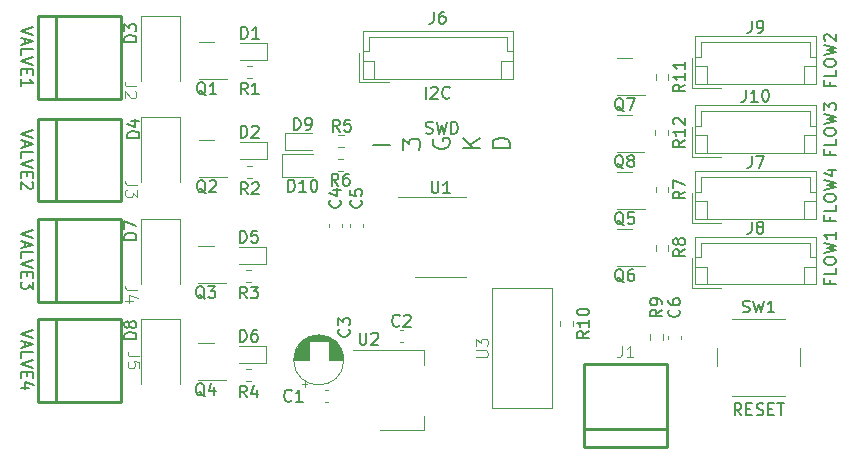
<source format=gbr>
%TF.GenerationSoftware,KiCad,Pcbnew,7.0.10*%
%TF.CreationDate,2025-04-06T19:51:51+02:00*%
%TF.ProjectId,auto_irrigator,6175746f-5f69-4727-9269-6761746f722e,rev?*%
%TF.SameCoordinates,Original*%
%TF.FileFunction,Legend,Top*%
%TF.FilePolarity,Positive*%
%FSLAX46Y46*%
G04 Gerber Fmt 4.6, Leading zero omitted, Abs format (unit mm)*
G04 Created by KiCad (PCBNEW 7.0.10) date 2025-04-06 19:51:51*
%MOMM*%
%LPD*%
G01*
G04 APERTURE LIST*
%ADD10C,0.150000*%
%ADD11C,0.100000*%
%ADD12C,0.153000*%
%ADD13C,0.120000*%
%ADD14C,0.254000*%
G04 APERTURE END LIST*
D10*
X168183160Y-73736200D02*
X168326017Y-73783819D01*
X168326017Y-73783819D02*
X168564112Y-73783819D01*
X168564112Y-73783819D02*
X168659350Y-73736200D01*
X168659350Y-73736200D02*
X168706969Y-73688580D01*
X168706969Y-73688580D02*
X168754588Y-73593342D01*
X168754588Y-73593342D02*
X168754588Y-73498104D01*
X168754588Y-73498104D02*
X168706969Y-73402866D01*
X168706969Y-73402866D02*
X168659350Y-73355247D01*
X168659350Y-73355247D02*
X168564112Y-73307628D01*
X168564112Y-73307628D02*
X168373636Y-73260009D01*
X168373636Y-73260009D02*
X168278398Y-73212390D01*
X168278398Y-73212390D02*
X168230779Y-73164771D01*
X168230779Y-73164771D02*
X168183160Y-73069533D01*
X168183160Y-73069533D02*
X168183160Y-72974295D01*
X168183160Y-72974295D02*
X168230779Y-72879057D01*
X168230779Y-72879057D02*
X168278398Y-72831438D01*
X168278398Y-72831438D02*
X168373636Y-72783819D01*
X168373636Y-72783819D02*
X168611731Y-72783819D01*
X168611731Y-72783819D02*
X168754588Y-72831438D01*
X169087922Y-72783819D02*
X169326017Y-73783819D01*
X169326017Y-73783819D02*
X169516493Y-73069533D01*
X169516493Y-73069533D02*
X169706969Y-73783819D01*
X169706969Y-73783819D02*
X169945065Y-72783819D01*
X170326017Y-73783819D02*
X170326017Y-72783819D01*
X170326017Y-72783819D02*
X170564112Y-72783819D01*
X170564112Y-72783819D02*
X170706969Y-72831438D01*
X170706969Y-72831438D02*
X170802207Y-72926676D01*
X170802207Y-72926676D02*
X170849826Y-73021914D01*
X170849826Y-73021914D02*
X170897445Y-73212390D01*
X170897445Y-73212390D02*
X170897445Y-73355247D01*
X170897445Y-73355247D02*
X170849826Y-73545723D01*
X170849826Y-73545723D02*
X170802207Y-73640961D01*
X170802207Y-73640961D02*
X170706969Y-73736200D01*
X170706969Y-73736200D02*
X170564112Y-73783819D01*
X170564112Y-73783819D02*
X170326017Y-73783819D01*
X195754666Y-75654819D02*
X195754666Y-76369104D01*
X195754666Y-76369104D02*
X195707047Y-76511961D01*
X195707047Y-76511961D02*
X195611809Y-76607200D01*
X195611809Y-76607200D02*
X195468952Y-76654819D01*
X195468952Y-76654819D02*
X195373714Y-76654819D01*
X196135619Y-75654819D02*
X196802285Y-75654819D01*
X196802285Y-75654819D02*
X196373714Y-76654819D01*
X202369009Y-80827333D02*
X202369009Y-81160666D01*
X202892819Y-81160666D02*
X201892819Y-81160666D01*
X201892819Y-81160666D02*
X201892819Y-80684476D01*
X202892819Y-79827333D02*
X202892819Y-80303523D01*
X202892819Y-80303523D02*
X201892819Y-80303523D01*
X201892819Y-79303523D02*
X201892819Y-79113047D01*
X201892819Y-79113047D02*
X201940438Y-79017809D01*
X201940438Y-79017809D02*
X202035676Y-78922571D01*
X202035676Y-78922571D02*
X202226152Y-78874952D01*
X202226152Y-78874952D02*
X202559485Y-78874952D01*
X202559485Y-78874952D02*
X202749961Y-78922571D01*
X202749961Y-78922571D02*
X202845200Y-79017809D01*
X202845200Y-79017809D02*
X202892819Y-79113047D01*
X202892819Y-79113047D02*
X202892819Y-79303523D01*
X202892819Y-79303523D02*
X202845200Y-79398761D01*
X202845200Y-79398761D02*
X202749961Y-79493999D01*
X202749961Y-79493999D02*
X202559485Y-79541618D01*
X202559485Y-79541618D02*
X202226152Y-79541618D01*
X202226152Y-79541618D02*
X202035676Y-79493999D01*
X202035676Y-79493999D02*
X201940438Y-79398761D01*
X201940438Y-79398761D02*
X201892819Y-79303523D01*
X201892819Y-78541618D02*
X202892819Y-78303523D01*
X202892819Y-78303523D02*
X202178533Y-78113047D01*
X202178533Y-78113047D02*
X202892819Y-77922571D01*
X202892819Y-77922571D02*
X201892819Y-77684476D01*
X202226152Y-76874952D02*
X202892819Y-76874952D01*
X201845200Y-77113047D02*
X202559485Y-77351142D01*
X202559485Y-77351142D02*
X202559485Y-76732095D01*
X143907319Y-74144094D02*
X142907319Y-74144094D01*
X142907319Y-74144094D02*
X142907319Y-73905999D01*
X142907319Y-73905999D02*
X142954938Y-73763142D01*
X142954938Y-73763142D02*
X143050176Y-73667904D01*
X143050176Y-73667904D02*
X143145414Y-73620285D01*
X143145414Y-73620285D02*
X143335890Y-73572666D01*
X143335890Y-73572666D02*
X143478747Y-73572666D01*
X143478747Y-73572666D02*
X143669223Y-73620285D01*
X143669223Y-73620285D02*
X143764461Y-73667904D01*
X143764461Y-73667904D02*
X143859700Y-73763142D01*
X143859700Y-73763142D02*
X143907319Y-73905999D01*
X143907319Y-73905999D02*
X143907319Y-74144094D01*
X143240652Y-72715523D02*
X143907319Y-72715523D01*
X142859700Y-72953618D02*
X143573985Y-73191713D01*
X143573985Y-73191713D02*
X143573985Y-72572666D01*
D11*
X143677080Y-69770666D02*
X142962795Y-69770666D01*
X142962795Y-69770666D02*
X142819938Y-69723047D01*
X142819938Y-69723047D02*
X142724700Y-69627809D01*
X142724700Y-69627809D02*
X142677080Y-69484952D01*
X142677080Y-69484952D02*
X142677080Y-69389714D01*
X143581842Y-70199238D02*
X143629461Y-70246857D01*
X143629461Y-70246857D02*
X143677080Y-70342095D01*
X143677080Y-70342095D02*
X143677080Y-70580190D01*
X143677080Y-70580190D02*
X143629461Y-70675428D01*
X143629461Y-70675428D02*
X143581842Y-70723047D01*
X143581842Y-70723047D02*
X143486604Y-70770666D01*
X143486604Y-70770666D02*
X143391366Y-70770666D01*
X143391366Y-70770666D02*
X143248509Y-70723047D01*
X143248509Y-70723047D02*
X142677080Y-70151619D01*
X142677080Y-70151619D02*
X142677080Y-70770666D01*
D10*
X134925680Y-64786190D02*
X133925680Y-65119523D01*
X133925680Y-65119523D02*
X134925680Y-65452856D01*
X134211395Y-65738571D02*
X134211395Y-66214761D01*
X133925680Y-65643333D02*
X134925680Y-65976666D01*
X134925680Y-65976666D02*
X133925680Y-66309999D01*
X133925680Y-67119523D02*
X133925680Y-66643333D01*
X133925680Y-66643333D02*
X134925680Y-66643333D01*
X134925680Y-67310000D02*
X133925680Y-67643333D01*
X133925680Y-67643333D02*
X134925680Y-67976666D01*
X134449490Y-68310000D02*
X134449490Y-68643333D01*
X133925680Y-68786190D02*
X133925680Y-68310000D01*
X133925680Y-68310000D02*
X134925680Y-68310000D01*
X134925680Y-68310000D02*
X134925680Y-68786190D01*
X133925680Y-69738571D02*
X133925680Y-69167143D01*
X133925680Y-69452857D02*
X134925680Y-69452857D01*
X134925680Y-69452857D02*
X134782823Y-69357619D01*
X134782823Y-69357619D02*
X134687585Y-69262381D01*
X134687585Y-69262381D02*
X134639966Y-69167143D01*
D12*
X168813901Y-74194485D02*
X168742472Y-74337343D01*
X168742472Y-74337343D02*
X168742472Y-74551628D01*
X168742472Y-74551628D02*
X168813901Y-74765914D01*
X168813901Y-74765914D02*
X168956758Y-74908771D01*
X168956758Y-74908771D02*
X169099615Y-74980200D01*
X169099615Y-74980200D02*
X169385329Y-75051628D01*
X169385329Y-75051628D02*
X169599615Y-75051628D01*
X169599615Y-75051628D02*
X169885329Y-74980200D01*
X169885329Y-74980200D02*
X170028186Y-74908771D01*
X170028186Y-74908771D02*
X170171044Y-74765914D01*
X170171044Y-74765914D02*
X170242472Y-74551628D01*
X170242472Y-74551628D02*
X170242472Y-74408771D01*
X170242472Y-74408771D02*
X170171044Y-74194485D01*
X170171044Y-74194485D02*
X170099615Y-74123057D01*
X170099615Y-74123057D02*
X169599615Y-74123057D01*
X169599615Y-74123057D02*
X169599615Y-74408771D01*
X175322472Y-74980200D02*
X173822472Y-74980200D01*
X173822472Y-74980200D02*
X173822472Y-74623057D01*
X173822472Y-74623057D02*
X173893901Y-74408771D01*
X173893901Y-74408771D02*
X174036758Y-74265914D01*
X174036758Y-74265914D02*
X174179615Y-74194485D01*
X174179615Y-74194485D02*
X174465329Y-74123057D01*
X174465329Y-74123057D02*
X174679615Y-74123057D01*
X174679615Y-74123057D02*
X174965329Y-74194485D01*
X174965329Y-74194485D02*
X175108186Y-74265914D01*
X175108186Y-74265914D02*
X175251044Y-74408771D01*
X175251044Y-74408771D02*
X175322472Y-74623057D01*
X175322472Y-74623057D02*
X175322472Y-74980200D01*
X172782472Y-74980200D02*
X171282472Y-74980200D01*
X172782472Y-74123057D02*
X171925329Y-74765914D01*
X171282472Y-74123057D02*
X172139615Y-74980200D01*
X165162472Y-74726200D02*
X163662472Y-74726200D01*
X166202472Y-75123057D02*
X166202472Y-74194485D01*
X166202472Y-74194485D02*
X166773901Y-74694485D01*
X166773901Y-74694485D02*
X166773901Y-74480200D01*
X166773901Y-74480200D02*
X166845329Y-74337343D01*
X166845329Y-74337343D02*
X166916758Y-74265914D01*
X166916758Y-74265914D02*
X167059615Y-74194485D01*
X167059615Y-74194485D02*
X167416758Y-74194485D01*
X167416758Y-74194485D02*
X167559615Y-74265914D01*
X167559615Y-74265914D02*
X167631044Y-74337343D01*
X167631044Y-74337343D02*
X167702472Y-74480200D01*
X167702472Y-74480200D02*
X167702472Y-74908771D01*
X167702472Y-74908771D02*
X167631044Y-75051628D01*
X167631044Y-75051628D02*
X167559615Y-75123057D01*
D10*
X195754666Y-81242819D02*
X195754666Y-81957104D01*
X195754666Y-81957104D02*
X195707047Y-82099961D01*
X195707047Y-82099961D02*
X195611809Y-82195200D01*
X195611809Y-82195200D02*
X195468952Y-82242819D01*
X195468952Y-82242819D02*
X195373714Y-82242819D01*
X196373714Y-81671390D02*
X196278476Y-81623771D01*
X196278476Y-81623771D02*
X196230857Y-81576152D01*
X196230857Y-81576152D02*
X196183238Y-81480914D01*
X196183238Y-81480914D02*
X196183238Y-81433295D01*
X196183238Y-81433295D02*
X196230857Y-81338057D01*
X196230857Y-81338057D02*
X196278476Y-81290438D01*
X196278476Y-81290438D02*
X196373714Y-81242819D01*
X196373714Y-81242819D02*
X196564190Y-81242819D01*
X196564190Y-81242819D02*
X196659428Y-81290438D01*
X196659428Y-81290438D02*
X196707047Y-81338057D01*
X196707047Y-81338057D02*
X196754666Y-81433295D01*
X196754666Y-81433295D02*
X196754666Y-81480914D01*
X196754666Y-81480914D02*
X196707047Y-81576152D01*
X196707047Y-81576152D02*
X196659428Y-81623771D01*
X196659428Y-81623771D02*
X196564190Y-81671390D01*
X196564190Y-81671390D02*
X196373714Y-81671390D01*
X196373714Y-81671390D02*
X196278476Y-81719009D01*
X196278476Y-81719009D02*
X196230857Y-81766628D01*
X196230857Y-81766628D02*
X196183238Y-81861866D01*
X196183238Y-81861866D02*
X196183238Y-82052342D01*
X196183238Y-82052342D02*
X196230857Y-82147580D01*
X196230857Y-82147580D02*
X196278476Y-82195200D01*
X196278476Y-82195200D02*
X196373714Y-82242819D01*
X196373714Y-82242819D02*
X196564190Y-82242819D01*
X196564190Y-82242819D02*
X196659428Y-82195200D01*
X196659428Y-82195200D02*
X196707047Y-82147580D01*
X196707047Y-82147580D02*
X196754666Y-82052342D01*
X196754666Y-82052342D02*
X196754666Y-81861866D01*
X196754666Y-81861866D02*
X196707047Y-81766628D01*
X196707047Y-81766628D02*
X196659428Y-81719009D01*
X196659428Y-81719009D02*
X196564190Y-81671390D01*
X202369009Y-86161333D02*
X202369009Y-86494666D01*
X202892819Y-86494666D02*
X201892819Y-86494666D01*
X201892819Y-86494666D02*
X201892819Y-86018476D01*
X202892819Y-85161333D02*
X202892819Y-85637523D01*
X202892819Y-85637523D02*
X201892819Y-85637523D01*
X201892819Y-84637523D02*
X201892819Y-84447047D01*
X201892819Y-84447047D02*
X201940438Y-84351809D01*
X201940438Y-84351809D02*
X202035676Y-84256571D01*
X202035676Y-84256571D02*
X202226152Y-84208952D01*
X202226152Y-84208952D02*
X202559485Y-84208952D01*
X202559485Y-84208952D02*
X202749961Y-84256571D01*
X202749961Y-84256571D02*
X202845200Y-84351809D01*
X202845200Y-84351809D02*
X202892819Y-84447047D01*
X202892819Y-84447047D02*
X202892819Y-84637523D01*
X202892819Y-84637523D02*
X202845200Y-84732761D01*
X202845200Y-84732761D02*
X202749961Y-84827999D01*
X202749961Y-84827999D02*
X202559485Y-84875618D01*
X202559485Y-84875618D02*
X202226152Y-84875618D01*
X202226152Y-84875618D02*
X202035676Y-84827999D01*
X202035676Y-84827999D02*
X201940438Y-84732761D01*
X201940438Y-84732761D02*
X201892819Y-84637523D01*
X201892819Y-83875618D02*
X202892819Y-83637523D01*
X202892819Y-83637523D02*
X202178533Y-83447047D01*
X202178533Y-83447047D02*
X202892819Y-83256571D01*
X202892819Y-83256571D02*
X201892819Y-83018476D01*
X202892819Y-82113714D02*
X202892819Y-82685142D01*
X202892819Y-82399428D02*
X201892819Y-82399428D01*
X201892819Y-82399428D02*
X202035676Y-82494666D01*
X202035676Y-82494666D02*
X202130914Y-82589904D01*
X202130914Y-82589904D02*
X202178533Y-82685142D01*
X189589580Y-88684666D02*
X189637200Y-88732285D01*
X189637200Y-88732285D02*
X189684819Y-88875142D01*
X189684819Y-88875142D02*
X189684819Y-88970380D01*
X189684819Y-88970380D02*
X189637200Y-89113237D01*
X189637200Y-89113237D02*
X189541961Y-89208475D01*
X189541961Y-89208475D02*
X189446723Y-89256094D01*
X189446723Y-89256094D02*
X189256247Y-89303713D01*
X189256247Y-89303713D02*
X189113390Y-89303713D01*
X189113390Y-89303713D02*
X188922914Y-89256094D01*
X188922914Y-89256094D02*
X188827676Y-89208475D01*
X188827676Y-89208475D02*
X188732438Y-89113237D01*
X188732438Y-89113237D02*
X188684819Y-88970380D01*
X188684819Y-88970380D02*
X188684819Y-88875142D01*
X188684819Y-88875142D02*
X188732438Y-88732285D01*
X188732438Y-88732285D02*
X188780057Y-88684666D01*
X188684819Y-87827523D02*
X188684819Y-88017999D01*
X188684819Y-88017999D02*
X188732438Y-88113237D01*
X188732438Y-88113237D02*
X188780057Y-88160856D01*
X188780057Y-88160856D02*
X188922914Y-88256094D01*
X188922914Y-88256094D02*
X189113390Y-88303713D01*
X189113390Y-88303713D02*
X189494342Y-88303713D01*
X189494342Y-88303713D02*
X189589580Y-88256094D01*
X189589580Y-88256094D02*
X189637200Y-88208475D01*
X189637200Y-88208475D02*
X189684819Y-88113237D01*
X189684819Y-88113237D02*
X189684819Y-87922761D01*
X189684819Y-87922761D02*
X189637200Y-87827523D01*
X189637200Y-87827523D02*
X189589580Y-87779904D01*
X189589580Y-87779904D02*
X189494342Y-87732285D01*
X189494342Y-87732285D02*
X189256247Y-87732285D01*
X189256247Y-87732285D02*
X189161009Y-87779904D01*
X189161009Y-87779904D02*
X189113390Y-87827523D01*
X189113390Y-87827523D02*
X189065771Y-87922761D01*
X189065771Y-87922761D02*
X189065771Y-88113237D01*
X189065771Y-88113237D02*
X189113390Y-88208475D01*
X189113390Y-88208475D02*
X189161009Y-88256094D01*
X189161009Y-88256094D02*
X189256247Y-88303713D01*
D11*
X143741080Y-87042666D02*
X143026795Y-87042666D01*
X143026795Y-87042666D02*
X142883938Y-86995047D01*
X142883938Y-86995047D02*
X142788700Y-86899809D01*
X142788700Y-86899809D02*
X142741080Y-86756952D01*
X142741080Y-86756952D02*
X142741080Y-86661714D01*
X143407747Y-87947428D02*
X142741080Y-87947428D01*
X143788700Y-87709333D02*
X143074414Y-87471238D01*
X143074414Y-87471238D02*
X143074414Y-88090285D01*
D10*
X134925680Y-81980190D02*
X133925680Y-82313523D01*
X133925680Y-82313523D02*
X134925680Y-82646856D01*
X134211395Y-82932571D02*
X134211395Y-83408761D01*
X133925680Y-82837333D02*
X134925680Y-83170666D01*
X134925680Y-83170666D02*
X133925680Y-83503999D01*
X133925680Y-84313523D02*
X133925680Y-83837333D01*
X133925680Y-83837333D02*
X134925680Y-83837333D01*
X134925680Y-84504000D02*
X133925680Y-84837333D01*
X133925680Y-84837333D02*
X134925680Y-85170666D01*
X134449490Y-85504000D02*
X134449490Y-85837333D01*
X133925680Y-85980190D02*
X133925680Y-85504000D01*
X133925680Y-85504000D02*
X134925680Y-85504000D01*
X134925680Y-85504000D02*
X134925680Y-85980190D01*
X134925680Y-86313524D02*
X134925680Y-86932571D01*
X134925680Y-86932571D02*
X134544728Y-86599238D01*
X134544728Y-86599238D02*
X134544728Y-86742095D01*
X134544728Y-86742095D02*
X134497109Y-86837333D01*
X134497109Y-86837333D02*
X134449490Y-86884952D01*
X134449490Y-86884952D02*
X134354252Y-86932571D01*
X134354252Y-86932571D02*
X134116157Y-86932571D01*
X134116157Y-86932571D02*
X134020919Y-86884952D01*
X134020919Y-86884952D02*
X133973300Y-86837333D01*
X133973300Y-86837333D02*
X133925680Y-86742095D01*
X133925680Y-86742095D02*
X133925680Y-86456381D01*
X133925680Y-86456381D02*
X133973300Y-86361143D01*
X133973300Y-86361143D02*
X134020919Y-86313524D01*
X153079333Y-78912819D02*
X152746000Y-78436628D01*
X152507905Y-78912819D02*
X152507905Y-77912819D01*
X152507905Y-77912819D02*
X152888857Y-77912819D01*
X152888857Y-77912819D02*
X152984095Y-77960438D01*
X152984095Y-77960438D02*
X153031714Y-78008057D01*
X153031714Y-78008057D02*
X153079333Y-78103295D01*
X153079333Y-78103295D02*
X153079333Y-78246152D01*
X153079333Y-78246152D02*
X153031714Y-78341390D01*
X153031714Y-78341390D02*
X152984095Y-78389009D01*
X152984095Y-78389009D02*
X152888857Y-78436628D01*
X152888857Y-78436628D02*
X152507905Y-78436628D01*
X153460286Y-78008057D02*
X153507905Y-77960438D01*
X153507905Y-77960438D02*
X153603143Y-77912819D01*
X153603143Y-77912819D02*
X153841238Y-77912819D01*
X153841238Y-77912819D02*
X153936476Y-77960438D01*
X153936476Y-77960438D02*
X153984095Y-78008057D01*
X153984095Y-78008057D02*
X154031714Y-78103295D01*
X154031714Y-78103295D02*
X154031714Y-78198533D01*
X154031714Y-78198533D02*
X153984095Y-78341390D01*
X153984095Y-78341390D02*
X153412667Y-78912819D01*
X153412667Y-78912819D02*
X154031714Y-78912819D01*
X168850666Y-63456819D02*
X168850666Y-64171104D01*
X168850666Y-64171104D02*
X168803047Y-64313961D01*
X168803047Y-64313961D02*
X168707809Y-64409200D01*
X168707809Y-64409200D02*
X168564952Y-64456819D01*
X168564952Y-64456819D02*
X168469714Y-64456819D01*
X169755428Y-63456819D02*
X169564952Y-63456819D01*
X169564952Y-63456819D02*
X169469714Y-63504438D01*
X169469714Y-63504438D02*
X169422095Y-63552057D01*
X169422095Y-63552057D02*
X169326857Y-63694914D01*
X169326857Y-63694914D02*
X169279238Y-63885390D01*
X169279238Y-63885390D02*
X169279238Y-64266342D01*
X169279238Y-64266342D02*
X169326857Y-64361580D01*
X169326857Y-64361580D02*
X169374476Y-64409200D01*
X169374476Y-64409200D02*
X169469714Y-64456819D01*
X169469714Y-64456819D02*
X169660190Y-64456819D01*
X169660190Y-64456819D02*
X169755428Y-64409200D01*
X169755428Y-64409200D02*
X169803047Y-64361580D01*
X169803047Y-64361580D02*
X169850666Y-64266342D01*
X169850666Y-64266342D02*
X169850666Y-64028247D01*
X169850666Y-64028247D02*
X169803047Y-63933009D01*
X169803047Y-63933009D02*
X169755428Y-63885390D01*
X169755428Y-63885390D02*
X169660190Y-63837771D01*
X169660190Y-63837771D02*
X169469714Y-63837771D01*
X169469714Y-63837771D02*
X169374476Y-63885390D01*
X169374476Y-63885390D02*
X169326857Y-63933009D01*
X169326857Y-63933009D02*
X169279238Y-64028247D01*
X168187810Y-70812819D02*
X168187810Y-69812819D01*
X168616381Y-69908057D02*
X168664000Y-69860438D01*
X168664000Y-69860438D02*
X168759238Y-69812819D01*
X168759238Y-69812819D02*
X168997333Y-69812819D01*
X168997333Y-69812819D02*
X169092571Y-69860438D01*
X169092571Y-69860438D02*
X169140190Y-69908057D01*
X169140190Y-69908057D02*
X169187809Y-70003295D01*
X169187809Y-70003295D02*
X169187809Y-70098533D01*
X169187809Y-70098533D02*
X169140190Y-70241390D01*
X169140190Y-70241390D02*
X168568762Y-70812819D01*
X168568762Y-70812819D02*
X169187809Y-70812819D01*
X170187809Y-70717580D02*
X170140190Y-70765200D01*
X170140190Y-70765200D02*
X169997333Y-70812819D01*
X169997333Y-70812819D02*
X169902095Y-70812819D01*
X169902095Y-70812819D02*
X169759238Y-70765200D01*
X169759238Y-70765200D02*
X169664000Y-70669961D01*
X169664000Y-70669961D02*
X169616381Y-70574723D01*
X169616381Y-70574723D02*
X169568762Y-70384247D01*
X169568762Y-70384247D02*
X169568762Y-70241390D01*
X169568762Y-70241390D02*
X169616381Y-70050914D01*
X169616381Y-70050914D02*
X169664000Y-69955676D01*
X169664000Y-69955676D02*
X169759238Y-69860438D01*
X169759238Y-69860438D02*
X169902095Y-69812819D01*
X169902095Y-69812819D02*
X169997333Y-69812819D01*
X169997333Y-69812819D02*
X170140190Y-69860438D01*
X170140190Y-69860438D02*
X170187809Y-69908057D01*
X152423905Y-91386819D02*
X152423905Y-90386819D01*
X152423905Y-90386819D02*
X152662000Y-90386819D01*
X152662000Y-90386819D02*
X152804857Y-90434438D01*
X152804857Y-90434438D02*
X152900095Y-90529676D01*
X152900095Y-90529676D02*
X152947714Y-90624914D01*
X152947714Y-90624914D02*
X152995333Y-90815390D01*
X152995333Y-90815390D02*
X152995333Y-90958247D01*
X152995333Y-90958247D02*
X152947714Y-91148723D01*
X152947714Y-91148723D02*
X152900095Y-91243961D01*
X152900095Y-91243961D02*
X152804857Y-91339200D01*
X152804857Y-91339200D02*
X152662000Y-91386819D01*
X152662000Y-91386819D02*
X152423905Y-91386819D01*
X153852476Y-90386819D02*
X153662000Y-90386819D01*
X153662000Y-90386819D02*
X153566762Y-90434438D01*
X153566762Y-90434438D02*
X153519143Y-90482057D01*
X153519143Y-90482057D02*
X153423905Y-90624914D01*
X153423905Y-90624914D02*
X153376286Y-90815390D01*
X153376286Y-90815390D02*
X153376286Y-91196342D01*
X153376286Y-91196342D02*
X153423905Y-91291580D01*
X153423905Y-91291580D02*
X153471524Y-91339200D01*
X153471524Y-91339200D02*
X153566762Y-91386819D01*
X153566762Y-91386819D02*
X153757238Y-91386819D01*
X153757238Y-91386819D02*
X153852476Y-91339200D01*
X153852476Y-91339200D02*
X153900095Y-91291580D01*
X153900095Y-91291580D02*
X153947714Y-91196342D01*
X153947714Y-91196342D02*
X153947714Y-90958247D01*
X153947714Y-90958247D02*
X153900095Y-90863009D01*
X153900095Y-90863009D02*
X153852476Y-90815390D01*
X153852476Y-90815390D02*
X153757238Y-90767771D01*
X153757238Y-90767771D02*
X153566762Y-90767771D01*
X153566762Y-90767771D02*
X153471524Y-90815390D01*
X153471524Y-90815390D02*
X153423905Y-90863009D01*
X153423905Y-90863009D02*
X153376286Y-90958247D01*
X153003333Y-87736819D02*
X152670000Y-87260628D01*
X152431905Y-87736819D02*
X152431905Y-86736819D01*
X152431905Y-86736819D02*
X152812857Y-86736819D01*
X152812857Y-86736819D02*
X152908095Y-86784438D01*
X152908095Y-86784438D02*
X152955714Y-86832057D01*
X152955714Y-86832057D02*
X153003333Y-86927295D01*
X153003333Y-86927295D02*
X153003333Y-87070152D01*
X153003333Y-87070152D02*
X152955714Y-87165390D01*
X152955714Y-87165390D02*
X152908095Y-87213009D01*
X152908095Y-87213009D02*
X152812857Y-87260628D01*
X152812857Y-87260628D02*
X152431905Y-87260628D01*
X153336667Y-86736819D02*
X153955714Y-86736819D01*
X153955714Y-86736819D02*
X153622381Y-87117771D01*
X153622381Y-87117771D02*
X153765238Y-87117771D01*
X153765238Y-87117771D02*
X153860476Y-87165390D01*
X153860476Y-87165390D02*
X153908095Y-87213009D01*
X153908095Y-87213009D02*
X153955714Y-87308247D01*
X153955714Y-87308247D02*
X153955714Y-87546342D01*
X153955714Y-87546342D02*
X153908095Y-87641580D01*
X153908095Y-87641580D02*
X153860476Y-87689200D01*
X153860476Y-87689200D02*
X153765238Y-87736819D01*
X153765238Y-87736819D02*
X153479524Y-87736819D01*
X153479524Y-87736819D02*
X153384286Y-87689200D01*
X153384286Y-87689200D02*
X153336667Y-87641580D01*
X149531761Y-70514057D02*
X149436523Y-70466438D01*
X149436523Y-70466438D02*
X149341285Y-70371200D01*
X149341285Y-70371200D02*
X149198428Y-70228342D01*
X149198428Y-70228342D02*
X149103190Y-70180723D01*
X149103190Y-70180723D02*
X149007952Y-70180723D01*
X149055571Y-70418819D02*
X148960333Y-70371200D01*
X148960333Y-70371200D02*
X148865095Y-70275961D01*
X148865095Y-70275961D02*
X148817476Y-70085485D01*
X148817476Y-70085485D02*
X148817476Y-69752152D01*
X148817476Y-69752152D02*
X148865095Y-69561676D01*
X148865095Y-69561676D02*
X148960333Y-69466438D01*
X148960333Y-69466438D02*
X149055571Y-69418819D01*
X149055571Y-69418819D02*
X149246047Y-69418819D01*
X149246047Y-69418819D02*
X149341285Y-69466438D01*
X149341285Y-69466438D02*
X149436523Y-69561676D01*
X149436523Y-69561676D02*
X149484142Y-69752152D01*
X149484142Y-69752152D02*
X149484142Y-70085485D01*
X149484142Y-70085485D02*
X149436523Y-70275961D01*
X149436523Y-70275961D02*
X149341285Y-70371200D01*
X149341285Y-70371200D02*
X149246047Y-70418819D01*
X149246047Y-70418819D02*
X149055571Y-70418819D01*
X150436523Y-70418819D02*
X149865095Y-70418819D01*
X150150809Y-70418819D02*
X150150809Y-69418819D01*
X150150809Y-69418819D02*
X150055571Y-69561676D01*
X150055571Y-69561676D02*
X149960333Y-69656914D01*
X149960333Y-69656914D02*
X149865095Y-69704533D01*
D11*
X184754666Y-91731419D02*
X184754666Y-92445704D01*
X184754666Y-92445704D02*
X184707047Y-92588561D01*
X184707047Y-92588561D02*
X184611809Y-92683800D01*
X184611809Y-92683800D02*
X184468952Y-92731419D01*
X184468952Y-92731419D02*
X184373714Y-92731419D01*
X185754666Y-92731419D02*
X185183238Y-92731419D01*
X185468952Y-92731419D02*
X185468952Y-91731419D01*
X185468952Y-91731419D02*
X185373714Y-91874276D01*
X185373714Y-91874276D02*
X185278476Y-91969514D01*
X185278476Y-91969514D02*
X185183238Y-92017133D01*
D10*
X168656095Y-77804819D02*
X168656095Y-78614342D01*
X168656095Y-78614342D02*
X168703714Y-78709580D01*
X168703714Y-78709580D02*
X168751333Y-78757200D01*
X168751333Y-78757200D02*
X168846571Y-78804819D01*
X168846571Y-78804819D02*
X169037047Y-78804819D01*
X169037047Y-78804819D02*
X169132285Y-78757200D01*
X169132285Y-78757200D02*
X169179904Y-78709580D01*
X169179904Y-78709580D02*
X169227523Y-78614342D01*
X169227523Y-78614342D02*
X169227523Y-77804819D01*
X170227523Y-78804819D02*
X169656095Y-78804819D01*
X169941809Y-78804819D02*
X169941809Y-77804819D01*
X169941809Y-77804819D02*
X169846571Y-77947676D01*
X169846571Y-77947676D02*
X169751333Y-78042914D01*
X169751333Y-78042914D02*
X169656095Y-78090533D01*
X143653319Y-66016094D02*
X142653319Y-66016094D01*
X142653319Y-66016094D02*
X142653319Y-65777999D01*
X142653319Y-65777999D02*
X142700938Y-65635142D01*
X142700938Y-65635142D02*
X142796176Y-65539904D01*
X142796176Y-65539904D02*
X142891414Y-65492285D01*
X142891414Y-65492285D02*
X143081890Y-65444666D01*
X143081890Y-65444666D02*
X143224747Y-65444666D01*
X143224747Y-65444666D02*
X143415223Y-65492285D01*
X143415223Y-65492285D02*
X143510461Y-65539904D01*
X143510461Y-65539904D02*
X143605700Y-65635142D01*
X143605700Y-65635142D02*
X143653319Y-65777999D01*
X143653319Y-65777999D02*
X143653319Y-66016094D01*
X142653319Y-65111332D02*
X142653319Y-64492285D01*
X142653319Y-64492285D02*
X143034271Y-64825618D01*
X143034271Y-64825618D02*
X143034271Y-64682761D01*
X143034271Y-64682761D02*
X143081890Y-64587523D01*
X143081890Y-64587523D02*
X143129509Y-64539904D01*
X143129509Y-64539904D02*
X143224747Y-64492285D01*
X143224747Y-64492285D02*
X143462842Y-64492285D01*
X143462842Y-64492285D02*
X143558080Y-64539904D01*
X143558080Y-64539904D02*
X143605700Y-64587523D01*
X143605700Y-64587523D02*
X143653319Y-64682761D01*
X143653319Y-64682761D02*
X143653319Y-64968475D01*
X143653319Y-64968475D02*
X143605700Y-65063713D01*
X143605700Y-65063713D02*
X143558080Y-65111332D01*
X153079333Y-70464819D02*
X152746000Y-69988628D01*
X152507905Y-70464819D02*
X152507905Y-69464819D01*
X152507905Y-69464819D02*
X152888857Y-69464819D01*
X152888857Y-69464819D02*
X152984095Y-69512438D01*
X152984095Y-69512438D02*
X153031714Y-69560057D01*
X153031714Y-69560057D02*
X153079333Y-69655295D01*
X153079333Y-69655295D02*
X153079333Y-69798152D01*
X153079333Y-69798152D02*
X153031714Y-69893390D01*
X153031714Y-69893390D02*
X152984095Y-69941009D01*
X152984095Y-69941009D02*
X152888857Y-69988628D01*
X152888857Y-69988628D02*
X152507905Y-69988628D01*
X154031714Y-70464819D02*
X153460286Y-70464819D01*
X153746000Y-70464819D02*
X153746000Y-69464819D01*
X153746000Y-69464819D02*
X153650762Y-69607676D01*
X153650762Y-69607676D02*
X153555524Y-69702914D01*
X153555524Y-69702914D02*
X153460286Y-69750533D01*
X195754666Y-64224819D02*
X195754666Y-64939104D01*
X195754666Y-64939104D02*
X195707047Y-65081961D01*
X195707047Y-65081961D02*
X195611809Y-65177200D01*
X195611809Y-65177200D02*
X195468952Y-65224819D01*
X195468952Y-65224819D02*
X195373714Y-65224819D01*
X196278476Y-65224819D02*
X196468952Y-65224819D01*
X196468952Y-65224819D02*
X196564190Y-65177200D01*
X196564190Y-65177200D02*
X196611809Y-65129580D01*
X196611809Y-65129580D02*
X196707047Y-64986723D01*
X196707047Y-64986723D02*
X196754666Y-64796247D01*
X196754666Y-64796247D02*
X196754666Y-64415295D01*
X196754666Y-64415295D02*
X196707047Y-64320057D01*
X196707047Y-64320057D02*
X196659428Y-64272438D01*
X196659428Y-64272438D02*
X196564190Y-64224819D01*
X196564190Y-64224819D02*
X196373714Y-64224819D01*
X196373714Y-64224819D02*
X196278476Y-64272438D01*
X196278476Y-64272438D02*
X196230857Y-64320057D01*
X196230857Y-64320057D02*
X196183238Y-64415295D01*
X196183238Y-64415295D02*
X196183238Y-64653390D01*
X196183238Y-64653390D02*
X196230857Y-64748628D01*
X196230857Y-64748628D02*
X196278476Y-64796247D01*
X196278476Y-64796247D02*
X196373714Y-64843866D01*
X196373714Y-64843866D02*
X196564190Y-64843866D01*
X196564190Y-64843866D02*
X196659428Y-64796247D01*
X196659428Y-64796247D02*
X196707047Y-64748628D01*
X196707047Y-64748628D02*
X196754666Y-64653390D01*
X202369009Y-69397333D02*
X202369009Y-69730666D01*
X202892819Y-69730666D02*
X201892819Y-69730666D01*
X201892819Y-69730666D02*
X201892819Y-69254476D01*
X202892819Y-68397333D02*
X202892819Y-68873523D01*
X202892819Y-68873523D02*
X201892819Y-68873523D01*
X201892819Y-67873523D02*
X201892819Y-67683047D01*
X201892819Y-67683047D02*
X201940438Y-67587809D01*
X201940438Y-67587809D02*
X202035676Y-67492571D01*
X202035676Y-67492571D02*
X202226152Y-67444952D01*
X202226152Y-67444952D02*
X202559485Y-67444952D01*
X202559485Y-67444952D02*
X202749961Y-67492571D01*
X202749961Y-67492571D02*
X202845200Y-67587809D01*
X202845200Y-67587809D02*
X202892819Y-67683047D01*
X202892819Y-67683047D02*
X202892819Y-67873523D01*
X202892819Y-67873523D02*
X202845200Y-67968761D01*
X202845200Y-67968761D02*
X202749961Y-68063999D01*
X202749961Y-68063999D02*
X202559485Y-68111618D01*
X202559485Y-68111618D02*
X202226152Y-68111618D01*
X202226152Y-68111618D02*
X202035676Y-68063999D01*
X202035676Y-68063999D02*
X201940438Y-67968761D01*
X201940438Y-67968761D02*
X201892819Y-67873523D01*
X201892819Y-67111618D02*
X202892819Y-66873523D01*
X202892819Y-66873523D02*
X202178533Y-66683047D01*
X202178533Y-66683047D02*
X202892819Y-66492571D01*
X202892819Y-66492571D02*
X201892819Y-66254476D01*
X201988057Y-65921142D02*
X201940438Y-65873523D01*
X201940438Y-65873523D02*
X201892819Y-65778285D01*
X201892819Y-65778285D02*
X201892819Y-65540190D01*
X201892819Y-65540190D02*
X201940438Y-65444952D01*
X201940438Y-65444952D02*
X201988057Y-65397333D01*
X201988057Y-65397333D02*
X202083295Y-65349714D01*
X202083295Y-65349714D02*
X202178533Y-65349714D01*
X202178533Y-65349714D02*
X202321390Y-65397333D01*
X202321390Y-65397333D02*
X202892819Y-65968761D01*
X202892819Y-65968761D02*
X202892819Y-65349714D01*
X190111319Y-74331857D02*
X189635128Y-74665190D01*
X190111319Y-74903285D02*
X189111319Y-74903285D01*
X189111319Y-74903285D02*
X189111319Y-74522333D01*
X189111319Y-74522333D02*
X189158938Y-74427095D01*
X189158938Y-74427095D02*
X189206557Y-74379476D01*
X189206557Y-74379476D02*
X189301795Y-74331857D01*
X189301795Y-74331857D02*
X189444652Y-74331857D01*
X189444652Y-74331857D02*
X189539890Y-74379476D01*
X189539890Y-74379476D02*
X189587509Y-74427095D01*
X189587509Y-74427095D02*
X189635128Y-74522333D01*
X189635128Y-74522333D02*
X189635128Y-74903285D01*
X190111319Y-73379476D02*
X190111319Y-73950904D01*
X190111319Y-73665190D02*
X189111319Y-73665190D01*
X189111319Y-73665190D02*
X189254176Y-73760428D01*
X189254176Y-73760428D02*
X189349414Y-73855666D01*
X189349414Y-73855666D02*
X189397033Y-73950904D01*
X189206557Y-72998523D02*
X189158938Y-72950904D01*
X189158938Y-72950904D02*
X189111319Y-72855666D01*
X189111319Y-72855666D02*
X189111319Y-72617571D01*
X189111319Y-72617571D02*
X189158938Y-72522333D01*
X189158938Y-72522333D02*
X189206557Y-72474714D01*
X189206557Y-72474714D02*
X189301795Y-72427095D01*
X189301795Y-72427095D02*
X189397033Y-72427095D01*
X189397033Y-72427095D02*
X189539890Y-72474714D01*
X189539890Y-72474714D02*
X190111319Y-73046142D01*
X190111319Y-73046142D02*
X190111319Y-72427095D01*
D11*
X143923080Y-92630666D02*
X143208795Y-92630666D01*
X143208795Y-92630666D02*
X143065938Y-92583047D01*
X143065938Y-92583047D02*
X142970700Y-92487809D01*
X142970700Y-92487809D02*
X142923080Y-92344952D01*
X142923080Y-92344952D02*
X142923080Y-92249714D01*
X143923080Y-93583047D02*
X143923080Y-93106857D01*
X143923080Y-93106857D02*
X143446890Y-93059238D01*
X143446890Y-93059238D02*
X143494509Y-93106857D01*
X143494509Y-93106857D02*
X143542128Y-93202095D01*
X143542128Y-93202095D02*
X143542128Y-93440190D01*
X143542128Y-93440190D02*
X143494509Y-93535428D01*
X143494509Y-93535428D02*
X143446890Y-93583047D01*
X143446890Y-93583047D02*
X143351652Y-93630666D01*
X143351652Y-93630666D02*
X143113557Y-93630666D01*
X143113557Y-93630666D02*
X143018319Y-93583047D01*
X143018319Y-93583047D02*
X142970700Y-93535428D01*
X142970700Y-93535428D02*
X142923080Y-93440190D01*
X142923080Y-93440190D02*
X142923080Y-93202095D01*
X142923080Y-93202095D02*
X142970700Y-93106857D01*
X142970700Y-93106857D02*
X143018319Y-93059238D01*
D10*
X134925680Y-90440190D02*
X133925680Y-90773523D01*
X133925680Y-90773523D02*
X134925680Y-91106856D01*
X134211395Y-91392571D02*
X134211395Y-91868761D01*
X133925680Y-91297333D02*
X134925680Y-91630666D01*
X134925680Y-91630666D02*
X133925680Y-91963999D01*
X133925680Y-92773523D02*
X133925680Y-92297333D01*
X133925680Y-92297333D02*
X134925680Y-92297333D01*
X134925680Y-92964000D02*
X133925680Y-93297333D01*
X133925680Y-93297333D02*
X134925680Y-93630666D01*
X134449490Y-93964000D02*
X134449490Y-94297333D01*
X133925680Y-94440190D02*
X133925680Y-93964000D01*
X133925680Y-93964000D02*
X134925680Y-93964000D01*
X134925680Y-93964000D02*
X134925680Y-94440190D01*
X134592347Y-95297333D02*
X133925680Y-95297333D01*
X134973300Y-95059238D02*
X134259014Y-94821143D01*
X134259014Y-94821143D02*
X134259014Y-95440190D01*
X143653319Y-91162094D02*
X142653319Y-91162094D01*
X142653319Y-91162094D02*
X142653319Y-90923999D01*
X142653319Y-90923999D02*
X142700938Y-90781142D01*
X142700938Y-90781142D02*
X142796176Y-90685904D01*
X142796176Y-90685904D02*
X142891414Y-90638285D01*
X142891414Y-90638285D02*
X143081890Y-90590666D01*
X143081890Y-90590666D02*
X143224747Y-90590666D01*
X143224747Y-90590666D02*
X143415223Y-90638285D01*
X143415223Y-90638285D02*
X143510461Y-90685904D01*
X143510461Y-90685904D02*
X143605700Y-90781142D01*
X143605700Y-90781142D02*
X143653319Y-90923999D01*
X143653319Y-90923999D02*
X143653319Y-91162094D01*
X143081890Y-90019237D02*
X143034271Y-90114475D01*
X143034271Y-90114475D02*
X142986652Y-90162094D01*
X142986652Y-90162094D02*
X142891414Y-90209713D01*
X142891414Y-90209713D02*
X142843795Y-90209713D01*
X142843795Y-90209713D02*
X142748557Y-90162094D01*
X142748557Y-90162094D02*
X142700938Y-90114475D01*
X142700938Y-90114475D02*
X142653319Y-90019237D01*
X142653319Y-90019237D02*
X142653319Y-89828761D01*
X142653319Y-89828761D02*
X142700938Y-89733523D01*
X142700938Y-89733523D02*
X142748557Y-89685904D01*
X142748557Y-89685904D02*
X142843795Y-89638285D01*
X142843795Y-89638285D02*
X142891414Y-89638285D01*
X142891414Y-89638285D02*
X142986652Y-89685904D01*
X142986652Y-89685904D02*
X143034271Y-89733523D01*
X143034271Y-89733523D02*
X143081890Y-89828761D01*
X143081890Y-89828761D02*
X143081890Y-90019237D01*
X143081890Y-90019237D02*
X143129509Y-90114475D01*
X143129509Y-90114475D02*
X143177128Y-90162094D01*
X143177128Y-90162094D02*
X143272366Y-90209713D01*
X143272366Y-90209713D02*
X143462842Y-90209713D01*
X143462842Y-90209713D02*
X143558080Y-90162094D01*
X143558080Y-90162094D02*
X143605700Y-90114475D01*
X143605700Y-90114475D02*
X143653319Y-90019237D01*
X143653319Y-90019237D02*
X143653319Y-89828761D01*
X143653319Y-89828761D02*
X143605700Y-89733523D01*
X143605700Y-89733523D02*
X143558080Y-89685904D01*
X143558080Y-89685904D02*
X143462842Y-89638285D01*
X143462842Y-89638285D02*
X143272366Y-89638285D01*
X143272366Y-89638285D02*
X143177128Y-89685904D01*
X143177128Y-89685904D02*
X143129509Y-89733523D01*
X143129509Y-89733523D02*
X143081890Y-89828761D01*
X190126819Y-69621857D02*
X189650628Y-69955190D01*
X190126819Y-70193285D02*
X189126819Y-70193285D01*
X189126819Y-70193285D02*
X189126819Y-69812333D01*
X189126819Y-69812333D02*
X189174438Y-69717095D01*
X189174438Y-69717095D02*
X189222057Y-69669476D01*
X189222057Y-69669476D02*
X189317295Y-69621857D01*
X189317295Y-69621857D02*
X189460152Y-69621857D01*
X189460152Y-69621857D02*
X189555390Y-69669476D01*
X189555390Y-69669476D02*
X189603009Y-69717095D01*
X189603009Y-69717095D02*
X189650628Y-69812333D01*
X189650628Y-69812333D02*
X189650628Y-70193285D01*
X190126819Y-68669476D02*
X190126819Y-69240904D01*
X190126819Y-68955190D02*
X189126819Y-68955190D01*
X189126819Y-68955190D02*
X189269676Y-69050428D01*
X189269676Y-69050428D02*
X189364914Y-69145666D01*
X189364914Y-69145666D02*
X189412533Y-69240904D01*
X190126819Y-67717095D02*
X190126819Y-68288523D01*
X190126819Y-68002809D02*
X189126819Y-68002809D01*
X189126819Y-68002809D02*
X189269676Y-68098047D01*
X189269676Y-68098047D02*
X189364914Y-68193285D01*
X189364914Y-68193285D02*
X189412533Y-68288523D01*
X184910761Y-76702057D02*
X184815523Y-76654438D01*
X184815523Y-76654438D02*
X184720285Y-76559200D01*
X184720285Y-76559200D02*
X184577428Y-76416342D01*
X184577428Y-76416342D02*
X184482190Y-76368723D01*
X184482190Y-76368723D02*
X184386952Y-76368723D01*
X184434571Y-76606819D02*
X184339333Y-76559200D01*
X184339333Y-76559200D02*
X184244095Y-76463961D01*
X184244095Y-76463961D02*
X184196476Y-76273485D01*
X184196476Y-76273485D02*
X184196476Y-75940152D01*
X184196476Y-75940152D02*
X184244095Y-75749676D01*
X184244095Y-75749676D02*
X184339333Y-75654438D01*
X184339333Y-75654438D02*
X184434571Y-75606819D01*
X184434571Y-75606819D02*
X184625047Y-75606819D01*
X184625047Y-75606819D02*
X184720285Y-75654438D01*
X184720285Y-75654438D02*
X184815523Y-75749676D01*
X184815523Y-75749676D02*
X184863142Y-75940152D01*
X184863142Y-75940152D02*
X184863142Y-76273485D01*
X184863142Y-76273485D02*
X184815523Y-76463961D01*
X184815523Y-76463961D02*
X184720285Y-76559200D01*
X184720285Y-76559200D02*
X184625047Y-76606819D01*
X184625047Y-76606819D02*
X184434571Y-76606819D01*
X185434571Y-76035390D02*
X185339333Y-75987771D01*
X185339333Y-75987771D02*
X185291714Y-75940152D01*
X185291714Y-75940152D02*
X185244095Y-75844914D01*
X185244095Y-75844914D02*
X185244095Y-75797295D01*
X185244095Y-75797295D02*
X185291714Y-75702057D01*
X185291714Y-75702057D02*
X185339333Y-75654438D01*
X185339333Y-75654438D02*
X185434571Y-75606819D01*
X185434571Y-75606819D02*
X185625047Y-75606819D01*
X185625047Y-75606819D02*
X185720285Y-75654438D01*
X185720285Y-75654438D02*
X185767904Y-75702057D01*
X185767904Y-75702057D02*
X185815523Y-75797295D01*
X185815523Y-75797295D02*
X185815523Y-75844914D01*
X185815523Y-75844914D02*
X185767904Y-75940152D01*
X185767904Y-75940152D02*
X185720285Y-75987771D01*
X185720285Y-75987771D02*
X185625047Y-76035390D01*
X185625047Y-76035390D02*
X185434571Y-76035390D01*
X185434571Y-76035390D02*
X185339333Y-76083009D01*
X185339333Y-76083009D02*
X185291714Y-76130628D01*
X185291714Y-76130628D02*
X185244095Y-76225866D01*
X185244095Y-76225866D02*
X185244095Y-76416342D01*
X185244095Y-76416342D02*
X185291714Y-76511580D01*
X185291714Y-76511580D02*
X185339333Y-76559200D01*
X185339333Y-76559200D02*
X185434571Y-76606819D01*
X185434571Y-76606819D02*
X185625047Y-76606819D01*
X185625047Y-76606819D02*
X185720285Y-76559200D01*
X185720285Y-76559200D02*
X185767904Y-76511580D01*
X185767904Y-76511580D02*
X185815523Y-76416342D01*
X185815523Y-76416342D02*
X185815523Y-76225866D01*
X185815523Y-76225866D02*
X185767904Y-76130628D01*
X185767904Y-76130628D02*
X185720285Y-76083009D01*
X185720285Y-76083009D02*
X185625047Y-76035390D01*
X181970819Y-90495857D02*
X181494628Y-90829190D01*
X181970819Y-91067285D02*
X180970819Y-91067285D01*
X180970819Y-91067285D02*
X180970819Y-90686333D01*
X180970819Y-90686333D02*
X181018438Y-90591095D01*
X181018438Y-90591095D02*
X181066057Y-90543476D01*
X181066057Y-90543476D02*
X181161295Y-90495857D01*
X181161295Y-90495857D02*
X181304152Y-90495857D01*
X181304152Y-90495857D02*
X181399390Y-90543476D01*
X181399390Y-90543476D02*
X181447009Y-90591095D01*
X181447009Y-90591095D02*
X181494628Y-90686333D01*
X181494628Y-90686333D02*
X181494628Y-91067285D01*
X181970819Y-89543476D02*
X181970819Y-90114904D01*
X181970819Y-89829190D02*
X180970819Y-89829190D01*
X180970819Y-89829190D02*
X181113676Y-89924428D01*
X181113676Y-89924428D02*
X181208914Y-90019666D01*
X181208914Y-90019666D02*
X181256533Y-90114904D01*
X180970819Y-88924428D02*
X180970819Y-88829190D01*
X180970819Y-88829190D02*
X181018438Y-88733952D01*
X181018438Y-88733952D02*
X181066057Y-88686333D01*
X181066057Y-88686333D02*
X181161295Y-88638714D01*
X181161295Y-88638714D02*
X181351771Y-88591095D01*
X181351771Y-88591095D02*
X181589866Y-88591095D01*
X181589866Y-88591095D02*
X181780342Y-88638714D01*
X181780342Y-88638714D02*
X181875580Y-88686333D01*
X181875580Y-88686333D02*
X181923200Y-88733952D01*
X181923200Y-88733952D02*
X181970819Y-88829190D01*
X181970819Y-88829190D02*
X181970819Y-88924428D01*
X181970819Y-88924428D02*
X181923200Y-89019666D01*
X181923200Y-89019666D02*
X181875580Y-89067285D01*
X181875580Y-89067285D02*
X181780342Y-89114904D01*
X181780342Y-89114904D02*
X181589866Y-89162523D01*
X181589866Y-89162523D02*
X181351771Y-89162523D01*
X181351771Y-89162523D02*
X181161295Y-89114904D01*
X181161295Y-89114904D02*
X181066057Y-89067285D01*
X181066057Y-89067285D02*
X181018438Y-89019666D01*
X181018438Y-89019666D02*
X180970819Y-88924428D01*
X160775333Y-78178819D02*
X160442000Y-77702628D01*
X160203905Y-78178819D02*
X160203905Y-77178819D01*
X160203905Y-77178819D02*
X160584857Y-77178819D01*
X160584857Y-77178819D02*
X160680095Y-77226438D01*
X160680095Y-77226438D02*
X160727714Y-77274057D01*
X160727714Y-77274057D02*
X160775333Y-77369295D01*
X160775333Y-77369295D02*
X160775333Y-77512152D01*
X160775333Y-77512152D02*
X160727714Y-77607390D01*
X160727714Y-77607390D02*
X160680095Y-77655009D01*
X160680095Y-77655009D02*
X160584857Y-77702628D01*
X160584857Y-77702628D02*
X160203905Y-77702628D01*
X161632476Y-77178819D02*
X161442000Y-77178819D01*
X161442000Y-77178819D02*
X161346762Y-77226438D01*
X161346762Y-77226438D02*
X161299143Y-77274057D01*
X161299143Y-77274057D02*
X161203905Y-77416914D01*
X161203905Y-77416914D02*
X161156286Y-77607390D01*
X161156286Y-77607390D02*
X161156286Y-77988342D01*
X161156286Y-77988342D02*
X161203905Y-78083580D01*
X161203905Y-78083580D02*
X161251524Y-78131200D01*
X161251524Y-78131200D02*
X161346762Y-78178819D01*
X161346762Y-78178819D02*
X161537238Y-78178819D01*
X161537238Y-78178819D02*
X161632476Y-78131200D01*
X161632476Y-78131200D02*
X161680095Y-78083580D01*
X161680095Y-78083580D02*
X161727714Y-77988342D01*
X161727714Y-77988342D02*
X161727714Y-77750247D01*
X161727714Y-77750247D02*
X161680095Y-77655009D01*
X161680095Y-77655009D02*
X161632476Y-77607390D01*
X161632476Y-77607390D02*
X161537238Y-77559771D01*
X161537238Y-77559771D02*
X161346762Y-77559771D01*
X161346762Y-77559771D02*
X161251524Y-77607390D01*
X161251524Y-77607390D02*
X161203905Y-77655009D01*
X161203905Y-77655009D02*
X161156286Y-77750247D01*
X156995905Y-73446819D02*
X156995905Y-72446819D01*
X156995905Y-72446819D02*
X157234000Y-72446819D01*
X157234000Y-72446819D02*
X157376857Y-72494438D01*
X157376857Y-72494438D02*
X157472095Y-72589676D01*
X157472095Y-72589676D02*
X157519714Y-72684914D01*
X157519714Y-72684914D02*
X157567333Y-72875390D01*
X157567333Y-72875390D02*
X157567333Y-73018247D01*
X157567333Y-73018247D02*
X157519714Y-73208723D01*
X157519714Y-73208723D02*
X157472095Y-73303961D01*
X157472095Y-73303961D02*
X157376857Y-73399200D01*
X157376857Y-73399200D02*
X157234000Y-73446819D01*
X157234000Y-73446819D02*
X156995905Y-73446819D01*
X158043524Y-73446819D02*
X158234000Y-73446819D01*
X158234000Y-73446819D02*
X158329238Y-73399200D01*
X158329238Y-73399200D02*
X158376857Y-73351580D01*
X158376857Y-73351580D02*
X158472095Y-73208723D01*
X158472095Y-73208723D02*
X158519714Y-73018247D01*
X158519714Y-73018247D02*
X158519714Y-72637295D01*
X158519714Y-72637295D02*
X158472095Y-72542057D01*
X158472095Y-72542057D02*
X158424476Y-72494438D01*
X158424476Y-72494438D02*
X158329238Y-72446819D01*
X158329238Y-72446819D02*
X158138762Y-72446819D01*
X158138762Y-72446819D02*
X158043524Y-72494438D01*
X158043524Y-72494438D02*
X157995905Y-72542057D01*
X157995905Y-72542057D02*
X157948286Y-72637295D01*
X157948286Y-72637295D02*
X157948286Y-72875390D01*
X157948286Y-72875390D02*
X157995905Y-72970628D01*
X157995905Y-72970628D02*
X158043524Y-73018247D01*
X158043524Y-73018247D02*
X158138762Y-73065866D01*
X158138762Y-73065866D02*
X158329238Y-73065866D01*
X158329238Y-73065866D02*
X158424476Y-73018247D01*
X158424476Y-73018247D02*
X158472095Y-72970628D01*
X158472095Y-72970628D02*
X158519714Y-72875390D01*
X184926261Y-81528057D02*
X184831023Y-81480438D01*
X184831023Y-81480438D02*
X184735785Y-81385200D01*
X184735785Y-81385200D02*
X184592928Y-81242342D01*
X184592928Y-81242342D02*
X184497690Y-81194723D01*
X184497690Y-81194723D02*
X184402452Y-81194723D01*
X184450071Y-81432819D02*
X184354833Y-81385200D01*
X184354833Y-81385200D02*
X184259595Y-81289961D01*
X184259595Y-81289961D02*
X184211976Y-81099485D01*
X184211976Y-81099485D02*
X184211976Y-80766152D01*
X184211976Y-80766152D02*
X184259595Y-80575676D01*
X184259595Y-80575676D02*
X184354833Y-80480438D01*
X184354833Y-80480438D02*
X184450071Y-80432819D01*
X184450071Y-80432819D02*
X184640547Y-80432819D01*
X184640547Y-80432819D02*
X184735785Y-80480438D01*
X184735785Y-80480438D02*
X184831023Y-80575676D01*
X184831023Y-80575676D02*
X184878642Y-80766152D01*
X184878642Y-80766152D02*
X184878642Y-81099485D01*
X184878642Y-81099485D02*
X184831023Y-81289961D01*
X184831023Y-81289961D02*
X184735785Y-81385200D01*
X184735785Y-81385200D02*
X184640547Y-81432819D01*
X184640547Y-81432819D02*
X184450071Y-81432819D01*
X185783404Y-80432819D02*
X185307214Y-80432819D01*
X185307214Y-80432819D02*
X185259595Y-80909009D01*
X185259595Y-80909009D02*
X185307214Y-80861390D01*
X185307214Y-80861390D02*
X185402452Y-80813771D01*
X185402452Y-80813771D02*
X185640547Y-80813771D01*
X185640547Y-80813771D02*
X185735785Y-80861390D01*
X185735785Y-80861390D02*
X185783404Y-80909009D01*
X185783404Y-80909009D02*
X185831023Y-81004247D01*
X185831023Y-81004247D02*
X185831023Y-81242342D01*
X185831023Y-81242342D02*
X185783404Y-81337580D01*
X185783404Y-81337580D02*
X185735785Y-81385200D01*
X185735785Y-81385200D02*
X185640547Y-81432819D01*
X185640547Y-81432819D02*
X185402452Y-81432819D01*
X185402452Y-81432819D02*
X185307214Y-81385200D01*
X185307214Y-81385200D02*
X185259595Y-81337580D01*
X156519714Y-78686819D02*
X156519714Y-77686819D01*
X156519714Y-77686819D02*
X156757809Y-77686819D01*
X156757809Y-77686819D02*
X156900666Y-77734438D01*
X156900666Y-77734438D02*
X156995904Y-77829676D01*
X156995904Y-77829676D02*
X157043523Y-77924914D01*
X157043523Y-77924914D02*
X157091142Y-78115390D01*
X157091142Y-78115390D02*
X157091142Y-78258247D01*
X157091142Y-78258247D02*
X157043523Y-78448723D01*
X157043523Y-78448723D02*
X156995904Y-78543961D01*
X156995904Y-78543961D02*
X156900666Y-78639200D01*
X156900666Y-78639200D02*
X156757809Y-78686819D01*
X156757809Y-78686819D02*
X156519714Y-78686819D01*
X158043523Y-78686819D02*
X157472095Y-78686819D01*
X157757809Y-78686819D02*
X157757809Y-77686819D01*
X157757809Y-77686819D02*
X157662571Y-77829676D01*
X157662571Y-77829676D02*
X157567333Y-77924914D01*
X157567333Y-77924914D02*
X157472095Y-77972533D01*
X158662571Y-77686819D02*
X158757809Y-77686819D01*
X158757809Y-77686819D02*
X158853047Y-77734438D01*
X158853047Y-77734438D02*
X158900666Y-77782057D01*
X158900666Y-77782057D02*
X158948285Y-77877295D01*
X158948285Y-77877295D02*
X158995904Y-78067771D01*
X158995904Y-78067771D02*
X158995904Y-78305866D01*
X158995904Y-78305866D02*
X158948285Y-78496342D01*
X158948285Y-78496342D02*
X158900666Y-78591580D01*
X158900666Y-78591580D02*
X158853047Y-78639200D01*
X158853047Y-78639200D02*
X158757809Y-78686819D01*
X158757809Y-78686819D02*
X158662571Y-78686819D01*
X158662571Y-78686819D02*
X158567333Y-78639200D01*
X158567333Y-78639200D02*
X158519714Y-78591580D01*
X158519714Y-78591580D02*
X158472095Y-78496342D01*
X158472095Y-78496342D02*
X158424476Y-78305866D01*
X158424476Y-78305866D02*
X158424476Y-78067771D01*
X158424476Y-78067771D02*
X158472095Y-77877295D01*
X158472095Y-77877295D02*
X158519714Y-77782057D01*
X158519714Y-77782057D02*
X158567333Y-77734438D01*
X158567333Y-77734438D02*
X158662571Y-77686819D01*
X162665580Y-79414666D02*
X162713200Y-79462285D01*
X162713200Y-79462285D02*
X162760819Y-79605142D01*
X162760819Y-79605142D02*
X162760819Y-79700380D01*
X162760819Y-79700380D02*
X162713200Y-79843237D01*
X162713200Y-79843237D02*
X162617961Y-79938475D01*
X162617961Y-79938475D02*
X162522723Y-79986094D01*
X162522723Y-79986094D02*
X162332247Y-80033713D01*
X162332247Y-80033713D02*
X162189390Y-80033713D01*
X162189390Y-80033713D02*
X161998914Y-79986094D01*
X161998914Y-79986094D02*
X161903676Y-79938475D01*
X161903676Y-79938475D02*
X161808438Y-79843237D01*
X161808438Y-79843237D02*
X161760819Y-79700380D01*
X161760819Y-79700380D02*
X161760819Y-79605142D01*
X161760819Y-79605142D02*
X161808438Y-79462285D01*
X161808438Y-79462285D02*
X161856057Y-79414666D01*
X161760819Y-78509904D02*
X161760819Y-78986094D01*
X161760819Y-78986094D02*
X162237009Y-79033713D01*
X162237009Y-79033713D02*
X162189390Y-78986094D01*
X162189390Y-78986094D02*
X162141771Y-78890856D01*
X162141771Y-78890856D02*
X162141771Y-78652761D01*
X162141771Y-78652761D02*
X162189390Y-78557523D01*
X162189390Y-78557523D02*
X162237009Y-78509904D01*
X162237009Y-78509904D02*
X162332247Y-78462285D01*
X162332247Y-78462285D02*
X162570342Y-78462285D01*
X162570342Y-78462285D02*
X162665580Y-78509904D01*
X162665580Y-78509904D02*
X162713200Y-78557523D01*
X162713200Y-78557523D02*
X162760819Y-78652761D01*
X162760819Y-78652761D02*
X162760819Y-78890856D01*
X162760819Y-78890856D02*
X162713200Y-78986094D01*
X162713200Y-78986094D02*
X162665580Y-79033713D01*
X152491905Y-74114819D02*
X152491905Y-73114819D01*
X152491905Y-73114819D02*
X152730000Y-73114819D01*
X152730000Y-73114819D02*
X152872857Y-73162438D01*
X152872857Y-73162438D02*
X152968095Y-73257676D01*
X152968095Y-73257676D02*
X153015714Y-73352914D01*
X153015714Y-73352914D02*
X153063333Y-73543390D01*
X153063333Y-73543390D02*
X153063333Y-73686247D01*
X153063333Y-73686247D02*
X153015714Y-73876723D01*
X153015714Y-73876723D02*
X152968095Y-73971961D01*
X152968095Y-73971961D02*
X152872857Y-74067200D01*
X152872857Y-74067200D02*
X152730000Y-74114819D01*
X152730000Y-74114819D02*
X152491905Y-74114819D01*
X153444286Y-73210057D02*
X153491905Y-73162438D01*
X153491905Y-73162438D02*
X153587143Y-73114819D01*
X153587143Y-73114819D02*
X153825238Y-73114819D01*
X153825238Y-73114819D02*
X153920476Y-73162438D01*
X153920476Y-73162438D02*
X153968095Y-73210057D01*
X153968095Y-73210057D02*
X154015714Y-73305295D01*
X154015714Y-73305295D02*
X154015714Y-73400533D01*
X154015714Y-73400533D02*
X153968095Y-73543390D01*
X153968095Y-73543390D02*
X153396667Y-74114819D01*
X153396667Y-74114819D02*
X154015714Y-74114819D01*
X195008667Y-88867200D02*
X195151524Y-88914819D01*
X195151524Y-88914819D02*
X195389619Y-88914819D01*
X195389619Y-88914819D02*
X195484857Y-88867200D01*
X195484857Y-88867200D02*
X195532476Y-88819580D01*
X195532476Y-88819580D02*
X195580095Y-88724342D01*
X195580095Y-88724342D02*
X195580095Y-88629104D01*
X195580095Y-88629104D02*
X195532476Y-88533866D01*
X195532476Y-88533866D02*
X195484857Y-88486247D01*
X195484857Y-88486247D02*
X195389619Y-88438628D01*
X195389619Y-88438628D02*
X195199143Y-88391009D01*
X195199143Y-88391009D02*
X195103905Y-88343390D01*
X195103905Y-88343390D02*
X195056286Y-88295771D01*
X195056286Y-88295771D02*
X195008667Y-88200533D01*
X195008667Y-88200533D02*
X195008667Y-88105295D01*
X195008667Y-88105295D02*
X195056286Y-88010057D01*
X195056286Y-88010057D02*
X195103905Y-87962438D01*
X195103905Y-87962438D02*
X195199143Y-87914819D01*
X195199143Y-87914819D02*
X195437238Y-87914819D01*
X195437238Y-87914819D02*
X195580095Y-87962438D01*
X195913429Y-87914819D02*
X196151524Y-88914819D01*
X196151524Y-88914819D02*
X196342000Y-88200533D01*
X196342000Y-88200533D02*
X196532476Y-88914819D01*
X196532476Y-88914819D02*
X196770572Y-87914819D01*
X197675333Y-88914819D02*
X197103905Y-88914819D01*
X197389619Y-88914819D02*
X197389619Y-87914819D01*
X197389619Y-87914819D02*
X197294381Y-88057676D01*
X197294381Y-88057676D02*
X197199143Y-88152914D01*
X197199143Y-88152914D02*
X197103905Y-88200533D01*
X194889618Y-97614819D02*
X194556285Y-97138628D01*
X194318190Y-97614819D02*
X194318190Y-96614819D01*
X194318190Y-96614819D02*
X194699142Y-96614819D01*
X194699142Y-96614819D02*
X194794380Y-96662438D01*
X194794380Y-96662438D02*
X194841999Y-96710057D01*
X194841999Y-96710057D02*
X194889618Y-96805295D01*
X194889618Y-96805295D02*
X194889618Y-96948152D01*
X194889618Y-96948152D02*
X194841999Y-97043390D01*
X194841999Y-97043390D02*
X194794380Y-97091009D01*
X194794380Y-97091009D02*
X194699142Y-97138628D01*
X194699142Y-97138628D02*
X194318190Y-97138628D01*
X195318190Y-97091009D02*
X195651523Y-97091009D01*
X195794380Y-97614819D02*
X195318190Y-97614819D01*
X195318190Y-97614819D02*
X195318190Y-96614819D01*
X195318190Y-96614819D02*
X195794380Y-96614819D01*
X196175333Y-97567200D02*
X196318190Y-97614819D01*
X196318190Y-97614819D02*
X196556285Y-97614819D01*
X196556285Y-97614819D02*
X196651523Y-97567200D01*
X196651523Y-97567200D02*
X196699142Y-97519580D01*
X196699142Y-97519580D02*
X196746761Y-97424342D01*
X196746761Y-97424342D02*
X196746761Y-97329104D01*
X196746761Y-97329104D02*
X196699142Y-97233866D01*
X196699142Y-97233866D02*
X196651523Y-97186247D01*
X196651523Y-97186247D02*
X196556285Y-97138628D01*
X196556285Y-97138628D02*
X196365809Y-97091009D01*
X196365809Y-97091009D02*
X196270571Y-97043390D01*
X196270571Y-97043390D02*
X196222952Y-96995771D01*
X196222952Y-96995771D02*
X196175333Y-96900533D01*
X196175333Y-96900533D02*
X196175333Y-96805295D01*
X196175333Y-96805295D02*
X196222952Y-96710057D01*
X196222952Y-96710057D02*
X196270571Y-96662438D01*
X196270571Y-96662438D02*
X196365809Y-96614819D01*
X196365809Y-96614819D02*
X196603904Y-96614819D01*
X196603904Y-96614819D02*
X196746761Y-96662438D01*
X197175333Y-97091009D02*
X197508666Y-97091009D01*
X197651523Y-97614819D02*
X197175333Y-97614819D01*
X197175333Y-97614819D02*
X197175333Y-96614819D01*
X197175333Y-96614819D02*
X197651523Y-96614819D01*
X197937238Y-96614819D02*
X198508666Y-96614819D01*
X198222952Y-97614819D02*
X198222952Y-96614819D01*
X160869333Y-73606819D02*
X160536000Y-73130628D01*
X160297905Y-73606819D02*
X160297905Y-72606819D01*
X160297905Y-72606819D02*
X160678857Y-72606819D01*
X160678857Y-72606819D02*
X160774095Y-72654438D01*
X160774095Y-72654438D02*
X160821714Y-72702057D01*
X160821714Y-72702057D02*
X160869333Y-72797295D01*
X160869333Y-72797295D02*
X160869333Y-72940152D01*
X160869333Y-72940152D02*
X160821714Y-73035390D01*
X160821714Y-73035390D02*
X160774095Y-73083009D01*
X160774095Y-73083009D02*
X160678857Y-73130628D01*
X160678857Y-73130628D02*
X160297905Y-73130628D01*
X161774095Y-72606819D02*
X161297905Y-72606819D01*
X161297905Y-72606819D02*
X161250286Y-73083009D01*
X161250286Y-73083009D02*
X161297905Y-73035390D01*
X161297905Y-73035390D02*
X161393143Y-72987771D01*
X161393143Y-72987771D02*
X161631238Y-72987771D01*
X161631238Y-72987771D02*
X161726476Y-73035390D01*
X161726476Y-73035390D02*
X161774095Y-73083009D01*
X161774095Y-73083009D02*
X161821714Y-73178247D01*
X161821714Y-73178247D02*
X161821714Y-73416342D01*
X161821714Y-73416342D02*
X161774095Y-73511580D01*
X161774095Y-73511580D02*
X161726476Y-73559200D01*
X161726476Y-73559200D02*
X161631238Y-73606819D01*
X161631238Y-73606819D02*
X161393143Y-73606819D01*
X161393143Y-73606819D02*
X161297905Y-73559200D01*
X161297905Y-73559200D02*
X161250286Y-73511580D01*
X190126819Y-83570666D02*
X189650628Y-83903999D01*
X190126819Y-84142094D02*
X189126819Y-84142094D01*
X189126819Y-84142094D02*
X189126819Y-83761142D01*
X189126819Y-83761142D02*
X189174438Y-83665904D01*
X189174438Y-83665904D02*
X189222057Y-83618285D01*
X189222057Y-83618285D02*
X189317295Y-83570666D01*
X189317295Y-83570666D02*
X189460152Y-83570666D01*
X189460152Y-83570666D02*
X189555390Y-83618285D01*
X189555390Y-83618285D02*
X189603009Y-83665904D01*
X189603009Y-83665904D02*
X189650628Y-83761142D01*
X189650628Y-83761142D02*
X189650628Y-84142094D01*
X189555390Y-82999237D02*
X189507771Y-83094475D01*
X189507771Y-83094475D02*
X189460152Y-83142094D01*
X189460152Y-83142094D02*
X189364914Y-83189713D01*
X189364914Y-83189713D02*
X189317295Y-83189713D01*
X189317295Y-83189713D02*
X189222057Y-83142094D01*
X189222057Y-83142094D02*
X189174438Y-83094475D01*
X189174438Y-83094475D02*
X189126819Y-82999237D01*
X189126819Y-82999237D02*
X189126819Y-82808761D01*
X189126819Y-82808761D02*
X189174438Y-82713523D01*
X189174438Y-82713523D02*
X189222057Y-82665904D01*
X189222057Y-82665904D02*
X189317295Y-82618285D01*
X189317295Y-82618285D02*
X189364914Y-82618285D01*
X189364914Y-82618285D02*
X189460152Y-82665904D01*
X189460152Y-82665904D02*
X189507771Y-82713523D01*
X189507771Y-82713523D02*
X189555390Y-82808761D01*
X189555390Y-82808761D02*
X189555390Y-82999237D01*
X189555390Y-82999237D02*
X189603009Y-83094475D01*
X189603009Y-83094475D02*
X189650628Y-83142094D01*
X189650628Y-83142094D02*
X189745866Y-83189713D01*
X189745866Y-83189713D02*
X189936342Y-83189713D01*
X189936342Y-83189713D02*
X190031580Y-83142094D01*
X190031580Y-83142094D02*
X190079200Y-83094475D01*
X190079200Y-83094475D02*
X190126819Y-82999237D01*
X190126819Y-82999237D02*
X190126819Y-82808761D01*
X190126819Y-82808761D02*
X190079200Y-82713523D01*
X190079200Y-82713523D02*
X190031580Y-82665904D01*
X190031580Y-82665904D02*
X189936342Y-82618285D01*
X189936342Y-82618285D02*
X189745866Y-82618285D01*
X189745866Y-82618285D02*
X189650628Y-82665904D01*
X189650628Y-82665904D02*
X189603009Y-82713523D01*
X189603009Y-82713523D02*
X189555390Y-82808761D01*
X190126819Y-78681666D02*
X189650628Y-79014999D01*
X190126819Y-79253094D02*
X189126819Y-79253094D01*
X189126819Y-79253094D02*
X189126819Y-78872142D01*
X189126819Y-78872142D02*
X189174438Y-78776904D01*
X189174438Y-78776904D02*
X189222057Y-78729285D01*
X189222057Y-78729285D02*
X189317295Y-78681666D01*
X189317295Y-78681666D02*
X189460152Y-78681666D01*
X189460152Y-78681666D02*
X189555390Y-78729285D01*
X189555390Y-78729285D02*
X189603009Y-78776904D01*
X189603009Y-78776904D02*
X189650628Y-78872142D01*
X189650628Y-78872142D02*
X189650628Y-79253094D01*
X189126819Y-78348332D02*
X189126819Y-77681666D01*
X189126819Y-77681666D02*
X190126819Y-78110237D01*
X149455761Y-87776057D02*
X149360523Y-87728438D01*
X149360523Y-87728438D02*
X149265285Y-87633200D01*
X149265285Y-87633200D02*
X149122428Y-87490342D01*
X149122428Y-87490342D02*
X149027190Y-87442723D01*
X149027190Y-87442723D02*
X148931952Y-87442723D01*
X148979571Y-87680819D02*
X148884333Y-87633200D01*
X148884333Y-87633200D02*
X148789095Y-87537961D01*
X148789095Y-87537961D02*
X148741476Y-87347485D01*
X148741476Y-87347485D02*
X148741476Y-87014152D01*
X148741476Y-87014152D02*
X148789095Y-86823676D01*
X148789095Y-86823676D02*
X148884333Y-86728438D01*
X148884333Y-86728438D02*
X148979571Y-86680819D01*
X148979571Y-86680819D02*
X149170047Y-86680819D01*
X149170047Y-86680819D02*
X149265285Y-86728438D01*
X149265285Y-86728438D02*
X149360523Y-86823676D01*
X149360523Y-86823676D02*
X149408142Y-87014152D01*
X149408142Y-87014152D02*
X149408142Y-87347485D01*
X149408142Y-87347485D02*
X149360523Y-87537961D01*
X149360523Y-87537961D02*
X149265285Y-87633200D01*
X149265285Y-87633200D02*
X149170047Y-87680819D01*
X149170047Y-87680819D02*
X148979571Y-87680819D01*
X149741476Y-86680819D02*
X150360523Y-86680819D01*
X150360523Y-86680819D02*
X150027190Y-87061771D01*
X150027190Y-87061771D02*
X150170047Y-87061771D01*
X150170047Y-87061771D02*
X150265285Y-87109390D01*
X150265285Y-87109390D02*
X150312904Y-87157009D01*
X150312904Y-87157009D02*
X150360523Y-87252247D01*
X150360523Y-87252247D02*
X150360523Y-87490342D01*
X150360523Y-87490342D02*
X150312904Y-87585580D01*
X150312904Y-87585580D02*
X150265285Y-87633200D01*
X150265285Y-87633200D02*
X150170047Y-87680819D01*
X150170047Y-87680819D02*
X149884333Y-87680819D01*
X149884333Y-87680819D02*
X149789095Y-87633200D01*
X149789095Y-87633200D02*
X149741476Y-87585580D01*
X156805333Y-96371580D02*
X156757714Y-96419200D01*
X156757714Y-96419200D02*
X156614857Y-96466819D01*
X156614857Y-96466819D02*
X156519619Y-96466819D01*
X156519619Y-96466819D02*
X156376762Y-96419200D01*
X156376762Y-96419200D02*
X156281524Y-96323961D01*
X156281524Y-96323961D02*
X156233905Y-96228723D01*
X156233905Y-96228723D02*
X156186286Y-96038247D01*
X156186286Y-96038247D02*
X156186286Y-95895390D01*
X156186286Y-95895390D02*
X156233905Y-95704914D01*
X156233905Y-95704914D02*
X156281524Y-95609676D01*
X156281524Y-95609676D02*
X156376762Y-95514438D01*
X156376762Y-95514438D02*
X156519619Y-95466819D01*
X156519619Y-95466819D02*
X156614857Y-95466819D01*
X156614857Y-95466819D02*
X156757714Y-95514438D01*
X156757714Y-95514438D02*
X156805333Y-95562057D01*
X157757714Y-96466819D02*
X157186286Y-96466819D01*
X157472000Y-96466819D02*
X157472000Y-95466819D01*
X157472000Y-95466819D02*
X157376762Y-95609676D01*
X157376762Y-95609676D02*
X157281524Y-95704914D01*
X157281524Y-95704914D02*
X157186286Y-95752533D01*
X143653319Y-82748094D02*
X142653319Y-82748094D01*
X142653319Y-82748094D02*
X142653319Y-82509999D01*
X142653319Y-82509999D02*
X142700938Y-82367142D01*
X142700938Y-82367142D02*
X142796176Y-82271904D01*
X142796176Y-82271904D02*
X142891414Y-82224285D01*
X142891414Y-82224285D02*
X143081890Y-82176666D01*
X143081890Y-82176666D02*
X143224747Y-82176666D01*
X143224747Y-82176666D02*
X143415223Y-82224285D01*
X143415223Y-82224285D02*
X143510461Y-82271904D01*
X143510461Y-82271904D02*
X143605700Y-82367142D01*
X143605700Y-82367142D02*
X143653319Y-82509999D01*
X143653319Y-82509999D02*
X143653319Y-82748094D01*
X142653319Y-81843332D02*
X142653319Y-81176666D01*
X142653319Y-81176666D02*
X143653319Y-81605237D01*
D11*
X143741080Y-78152666D02*
X143026795Y-78152666D01*
X143026795Y-78152666D02*
X142883938Y-78105047D01*
X142883938Y-78105047D02*
X142788700Y-78009809D01*
X142788700Y-78009809D02*
X142741080Y-77866952D01*
X142741080Y-77866952D02*
X142741080Y-77771714D01*
X143741080Y-78533619D02*
X143741080Y-79152666D01*
X143741080Y-79152666D02*
X143360128Y-78819333D01*
X143360128Y-78819333D02*
X143360128Y-78962190D01*
X143360128Y-78962190D02*
X143312509Y-79057428D01*
X143312509Y-79057428D02*
X143264890Y-79105047D01*
X143264890Y-79105047D02*
X143169652Y-79152666D01*
X143169652Y-79152666D02*
X142931557Y-79152666D01*
X142931557Y-79152666D02*
X142836319Y-79105047D01*
X142836319Y-79105047D02*
X142788700Y-79057428D01*
X142788700Y-79057428D02*
X142741080Y-78962190D01*
X142741080Y-78962190D02*
X142741080Y-78676476D01*
X142741080Y-78676476D02*
X142788700Y-78581238D01*
X142788700Y-78581238D02*
X142836319Y-78533619D01*
D10*
X134925680Y-73500190D02*
X133925680Y-73833523D01*
X133925680Y-73833523D02*
X134925680Y-74166856D01*
X134211395Y-74452571D02*
X134211395Y-74928761D01*
X133925680Y-74357333D02*
X134925680Y-74690666D01*
X134925680Y-74690666D02*
X133925680Y-75023999D01*
X133925680Y-75833523D02*
X133925680Y-75357333D01*
X133925680Y-75357333D02*
X134925680Y-75357333D01*
X134925680Y-76024000D02*
X133925680Y-76357333D01*
X133925680Y-76357333D02*
X134925680Y-76690666D01*
X134449490Y-77024000D02*
X134449490Y-77357333D01*
X133925680Y-77500190D02*
X133925680Y-77024000D01*
X133925680Y-77024000D02*
X134925680Y-77024000D01*
X134925680Y-77024000D02*
X134925680Y-77500190D01*
X134830442Y-77881143D02*
X134878061Y-77928762D01*
X134878061Y-77928762D02*
X134925680Y-78024000D01*
X134925680Y-78024000D02*
X134925680Y-78262095D01*
X134925680Y-78262095D02*
X134878061Y-78357333D01*
X134878061Y-78357333D02*
X134830442Y-78404952D01*
X134830442Y-78404952D02*
X134735204Y-78452571D01*
X134735204Y-78452571D02*
X134639966Y-78452571D01*
X134639966Y-78452571D02*
X134497109Y-78404952D01*
X134497109Y-78404952D02*
X133925680Y-77833524D01*
X133925680Y-77833524D02*
X133925680Y-78452571D01*
X184926261Y-86354057D02*
X184831023Y-86306438D01*
X184831023Y-86306438D02*
X184735785Y-86211200D01*
X184735785Y-86211200D02*
X184592928Y-86068342D01*
X184592928Y-86068342D02*
X184497690Y-86020723D01*
X184497690Y-86020723D02*
X184402452Y-86020723D01*
X184450071Y-86258819D02*
X184354833Y-86211200D01*
X184354833Y-86211200D02*
X184259595Y-86115961D01*
X184259595Y-86115961D02*
X184211976Y-85925485D01*
X184211976Y-85925485D02*
X184211976Y-85592152D01*
X184211976Y-85592152D02*
X184259595Y-85401676D01*
X184259595Y-85401676D02*
X184354833Y-85306438D01*
X184354833Y-85306438D02*
X184450071Y-85258819D01*
X184450071Y-85258819D02*
X184640547Y-85258819D01*
X184640547Y-85258819D02*
X184735785Y-85306438D01*
X184735785Y-85306438D02*
X184831023Y-85401676D01*
X184831023Y-85401676D02*
X184878642Y-85592152D01*
X184878642Y-85592152D02*
X184878642Y-85925485D01*
X184878642Y-85925485D02*
X184831023Y-86115961D01*
X184831023Y-86115961D02*
X184735785Y-86211200D01*
X184735785Y-86211200D02*
X184640547Y-86258819D01*
X184640547Y-86258819D02*
X184450071Y-86258819D01*
X185735785Y-85258819D02*
X185545309Y-85258819D01*
X185545309Y-85258819D02*
X185450071Y-85306438D01*
X185450071Y-85306438D02*
X185402452Y-85354057D01*
X185402452Y-85354057D02*
X185307214Y-85496914D01*
X185307214Y-85496914D02*
X185259595Y-85687390D01*
X185259595Y-85687390D02*
X185259595Y-86068342D01*
X185259595Y-86068342D02*
X185307214Y-86163580D01*
X185307214Y-86163580D02*
X185354833Y-86211200D01*
X185354833Y-86211200D02*
X185450071Y-86258819D01*
X185450071Y-86258819D02*
X185640547Y-86258819D01*
X185640547Y-86258819D02*
X185735785Y-86211200D01*
X185735785Y-86211200D02*
X185783404Y-86163580D01*
X185783404Y-86163580D02*
X185831023Y-86068342D01*
X185831023Y-86068342D02*
X185831023Y-85830247D01*
X185831023Y-85830247D02*
X185783404Y-85735009D01*
X185783404Y-85735009D02*
X185735785Y-85687390D01*
X185735785Y-85687390D02*
X185640547Y-85639771D01*
X185640547Y-85639771D02*
X185450071Y-85639771D01*
X185450071Y-85639771D02*
X185354833Y-85687390D01*
X185354833Y-85687390D02*
X185307214Y-85735009D01*
X185307214Y-85735009D02*
X185259595Y-85830247D01*
X152423905Y-83004819D02*
X152423905Y-82004819D01*
X152423905Y-82004819D02*
X152662000Y-82004819D01*
X152662000Y-82004819D02*
X152804857Y-82052438D01*
X152804857Y-82052438D02*
X152900095Y-82147676D01*
X152900095Y-82147676D02*
X152947714Y-82242914D01*
X152947714Y-82242914D02*
X152995333Y-82433390D01*
X152995333Y-82433390D02*
X152995333Y-82576247D01*
X152995333Y-82576247D02*
X152947714Y-82766723D01*
X152947714Y-82766723D02*
X152900095Y-82861961D01*
X152900095Y-82861961D02*
X152804857Y-82957200D01*
X152804857Y-82957200D02*
X152662000Y-83004819D01*
X152662000Y-83004819D02*
X152423905Y-83004819D01*
X153900095Y-82004819D02*
X153423905Y-82004819D01*
X153423905Y-82004819D02*
X153376286Y-82481009D01*
X153376286Y-82481009D02*
X153423905Y-82433390D01*
X153423905Y-82433390D02*
X153519143Y-82385771D01*
X153519143Y-82385771D02*
X153757238Y-82385771D01*
X153757238Y-82385771D02*
X153852476Y-82433390D01*
X153852476Y-82433390D02*
X153900095Y-82481009D01*
X153900095Y-82481009D02*
X153947714Y-82576247D01*
X153947714Y-82576247D02*
X153947714Y-82814342D01*
X153947714Y-82814342D02*
X153900095Y-82909580D01*
X153900095Y-82909580D02*
X153852476Y-82957200D01*
X153852476Y-82957200D02*
X153757238Y-83004819D01*
X153757238Y-83004819D02*
X153519143Y-83004819D01*
X153519143Y-83004819D02*
X153423905Y-82957200D01*
X153423905Y-82957200D02*
X153376286Y-82909580D01*
D11*
X172431419Y-92709904D02*
X173240942Y-92709904D01*
X173240942Y-92709904D02*
X173336180Y-92662285D01*
X173336180Y-92662285D02*
X173383800Y-92614666D01*
X173383800Y-92614666D02*
X173431419Y-92519428D01*
X173431419Y-92519428D02*
X173431419Y-92328952D01*
X173431419Y-92328952D02*
X173383800Y-92233714D01*
X173383800Y-92233714D02*
X173336180Y-92186095D01*
X173336180Y-92186095D02*
X173240942Y-92138476D01*
X173240942Y-92138476D02*
X172431419Y-92138476D01*
X172431419Y-91757523D02*
X172431419Y-91138476D01*
X172431419Y-91138476D02*
X172812371Y-91471809D01*
X172812371Y-91471809D02*
X172812371Y-91328952D01*
X172812371Y-91328952D02*
X172859990Y-91233714D01*
X172859990Y-91233714D02*
X172907609Y-91186095D01*
X172907609Y-91186095D02*
X173002847Y-91138476D01*
X173002847Y-91138476D02*
X173240942Y-91138476D01*
X173240942Y-91138476D02*
X173336180Y-91186095D01*
X173336180Y-91186095D02*
X173383800Y-91233714D01*
X173383800Y-91233714D02*
X173431419Y-91328952D01*
X173431419Y-91328952D02*
X173431419Y-91614666D01*
X173431419Y-91614666D02*
X173383800Y-91709904D01*
X173383800Y-91709904D02*
X173336180Y-91757523D01*
D10*
X165949333Y-90021580D02*
X165901714Y-90069200D01*
X165901714Y-90069200D02*
X165758857Y-90116819D01*
X165758857Y-90116819D02*
X165663619Y-90116819D01*
X165663619Y-90116819D02*
X165520762Y-90069200D01*
X165520762Y-90069200D02*
X165425524Y-89973961D01*
X165425524Y-89973961D02*
X165377905Y-89878723D01*
X165377905Y-89878723D02*
X165330286Y-89688247D01*
X165330286Y-89688247D02*
X165330286Y-89545390D01*
X165330286Y-89545390D02*
X165377905Y-89354914D01*
X165377905Y-89354914D02*
X165425524Y-89259676D01*
X165425524Y-89259676D02*
X165520762Y-89164438D01*
X165520762Y-89164438D02*
X165663619Y-89116819D01*
X165663619Y-89116819D02*
X165758857Y-89116819D01*
X165758857Y-89116819D02*
X165901714Y-89164438D01*
X165901714Y-89164438D02*
X165949333Y-89212057D01*
X166330286Y-89212057D02*
X166377905Y-89164438D01*
X166377905Y-89164438D02*
X166473143Y-89116819D01*
X166473143Y-89116819D02*
X166711238Y-89116819D01*
X166711238Y-89116819D02*
X166806476Y-89164438D01*
X166806476Y-89164438D02*
X166854095Y-89212057D01*
X166854095Y-89212057D02*
X166901714Y-89307295D01*
X166901714Y-89307295D02*
X166901714Y-89402533D01*
X166901714Y-89402533D02*
X166854095Y-89545390D01*
X166854095Y-89545390D02*
X166282667Y-90116819D01*
X166282667Y-90116819D02*
X166901714Y-90116819D01*
X188160819Y-88684666D02*
X187684628Y-89017999D01*
X188160819Y-89256094D02*
X187160819Y-89256094D01*
X187160819Y-89256094D02*
X187160819Y-88875142D01*
X187160819Y-88875142D02*
X187208438Y-88779904D01*
X187208438Y-88779904D02*
X187256057Y-88732285D01*
X187256057Y-88732285D02*
X187351295Y-88684666D01*
X187351295Y-88684666D02*
X187494152Y-88684666D01*
X187494152Y-88684666D02*
X187589390Y-88732285D01*
X187589390Y-88732285D02*
X187637009Y-88779904D01*
X187637009Y-88779904D02*
X187684628Y-88875142D01*
X187684628Y-88875142D02*
X187684628Y-89256094D01*
X188160819Y-88208475D02*
X188160819Y-88017999D01*
X188160819Y-88017999D02*
X188113200Y-87922761D01*
X188113200Y-87922761D02*
X188065580Y-87875142D01*
X188065580Y-87875142D02*
X187922723Y-87779904D01*
X187922723Y-87779904D02*
X187732247Y-87732285D01*
X187732247Y-87732285D02*
X187351295Y-87732285D01*
X187351295Y-87732285D02*
X187256057Y-87779904D01*
X187256057Y-87779904D02*
X187208438Y-87827523D01*
X187208438Y-87827523D02*
X187160819Y-87922761D01*
X187160819Y-87922761D02*
X187160819Y-88113237D01*
X187160819Y-88113237D02*
X187208438Y-88208475D01*
X187208438Y-88208475D02*
X187256057Y-88256094D01*
X187256057Y-88256094D02*
X187351295Y-88303713D01*
X187351295Y-88303713D02*
X187589390Y-88303713D01*
X187589390Y-88303713D02*
X187684628Y-88256094D01*
X187684628Y-88256094D02*
X187732247Y-88208475D01*
X187732247Y-88208475D02*
X187779866Y-88113237D01*
X187779866Y-88113237D02*
X187779866Y-87922761D01*
X187779866Y-87922761D02*
X187732247Y-87827523D01*
X187732247Y-87827523D02*
X187684628Y-87779904D01*
X187684628Y-87779904D02*
X187589390Y-87732285D01*
X184926261Y-71876057D02*
X184831023Y-71828438D01*
X184831023Y-71828438D02*
X184735785Y-71733200D01*
X184735785Y-71733200D02*
X184592928Y-71590342D01*
X184592928Y-71590342D02*
X184497690Y-71542723D01*
X184497690Y-71542723D02*
X184402452Y-71542723D01*
X184450071Y-71780819D02*
X184354833Y-71733200D01*
X184354833Y-71733200D02*
X184259595Y-71637961D01*
X184259595Y-71637961D02*
X184211976Y-71447485D01*
X184211976Y-71447485D02*
X184211976Y-71114152D01*
X184211976Y-71114152D02*
X184259595Y-70923676D01*
X184259595Y-70923676D02*
X184354833Y-70828438D01*
X184354833Y-70828438D02*
X184450071Y-70780819D01*
X184450071Y-70780819D02*
X184640547Y-70780819D01*
X184640547Y-70780819D02*
X184735785Y-70828438D01*
X184735785Y-70828438D02*
X184831023Y-70923676D01*
X184831023Y-70923676D02*
X184878642Y-71114152D01*
X184878642Y-71114152D02*
X184878642Y-71447485D01*
X184878642Y-71447485D02*
X184831023Y-71637961D01*
X184831023Y-71637961D02*
X184735785Y-71733200D01*
X184735785Y-71733200D02*
X184640547Y-71780819D01*
X184640547Y-71780819D02*
X184450071Y-71780819D01*
X185211976Y-70780819D02*
X185878642Y-70780819D01*
X185878642Y-70780819D02*
X185450071Y-71780819D01*
X162560095Y-90640819D02*
X162560095Y-91450342D01*
X162560095Y-91450342D02*
X162607714Y-91545580D01*
X162607714Y-91545580D02*
X162655333Y-91593200D01*
X162655333Y-91593200D02*
X162750571Y-91640819D01*
X162750571Y-91640819D02*
X162941047Y-91640819D01*
X162941047Y-91640819D02*
X163036285Y-91593200D01*
X163036285Y-91593200D02*
X163083904Y-91545580D01*
X163083904Y-91545580D02*
X163131523Y-91450342D01*
X163131523Y-91450342D02*
X163131523Y-90640819D01*
X163560095Y-90736057D02*
X163607714Y-90688438D01*
X163607714Y-90688438D02*
X163702952Y-90640819D01*
X163702952Y-90640819D02*
X163941047Y-90640819D01*
X163941047Y-90640819D02*
X164036285Y-90688438D01*
X164036285Y-90688438D02*
X164083904Y-90736057D01*
X164083904Y-90736057D02*
X164131523Y-90831295D01*
X164131523Y-90831295D02*
X164131523Y-90926533D01*
X164131523Y-90926533D02*
X164083904Y-91069390D01*
X164083904Y-91069390D02*
X163512476Y-91640819D01*
X163512476Y-91640819D02*
X164131523Y-91640819D01*
X149531761Y-78830057D02*
X149436523Y-78782438D01*
X149436523Y-78782438D02*
X149341285Y-78687200D01*
X149341285Y-78687200D02*
X149198428Y-78544342D01*
X149198428Y-78544342D02*
X149103190Y-78496723D01*
X149103190Y-78496723D02*
X149007952Y-78496723D01*
X149055571Y-78734819D02*
X148960333Y-78687200D01*
X148960333Y-78687200D02*
X148865095Y-78591961D01*
X148865095Y-78591961D02*
X148817476Y-78401485D01*
X148817476Y-78401485D02*
X148817476Y-78068152D01*
X148817476Y-78068152D02*
X148865095Y-77877676D01*
X148865095Y-77877676D02*
X148960333Y-77782438D01*
X148960333Y-77782438D02*
X149055571Y-77734819D01*
X149055571Y-77734819D02*
X149246047Y-77734819D01*
X149246047Y-77734819D02*
X149341285Y-77782438D01*
X149341285Y-77782438D02*
X149436523Y-77877676D01*
X149436523Y-77877676D02*
X149484142Y-78068152D01*
X149484142Y-78068152D02*
X149484142Y-78401485D01*
X149484142Y-78401485D02*
X149436523Y-78591961D01*
X149436523Y-78591961D02*
X149341285Y-78687200D01*
X149341285Y-78687200D02*
X149246047Y-78734819D01*
X149246047Y-78734819D02*
X149055571Y-78734819D01*
X149865095Y-77830057D02*
X149912714Y-77782438D01*
X149912714Y-77782438D02*
X150007952Y-77734819D01*
X150007952Y-77734819D02*
X150246047Y-77734819D01*
X150246047Y-77734819D02*
X150341285Y-77782438D01*
X150341285Y-77782438D02*
X150388904Y-77830057D01*
X150388904Y-77830057D02*
X150436523Y-77925295D01*
X150436523Y-77925295D02*
X150436523Y-78020533D01*
X150436523Y-78020533D02*
X150388904Y-78163390D01*
X150388904Y-78163390D02*
X149817476Y-78734819D01*
X149817476Y-78734819D02*
X150436523Y-78734819D01*
X161649580Y-90336666D02*
X161697200Y-90384285D01*
X161697200Y-90384285D02*
X161744819Y-90527142D01*
X161744819Y-90527142D02*
X161744819Y-90622380D01*
X161744819Y-90622380D02*
X161697200Y-90765237D01*
X161697200Y-90765237D02*
X161601961Y-90860475D01*
X161601961Y-90860475D02*
X161506723Y-90908094D01*
X161506723Y-90908094D02*
X161316247Y-90955713D01*
X161316247Y-90955713D02*
X161173390Y-90955713D01*
X161173390Y-90955713D02*
X160982914Y-90908094D01*
X160982914Y-90908094D02*
X160887676Y-90860475D01*
X160887676Y-90860475D02*
X160792438Y-90765237D01*
X160792438Y-90765237D02*
X160744819Y-90622380D01*
X160744819Y-90622380D02*
X160744819Y-90527142D01*
X160744819Y-90527142D02*
X160792438Y-90384285D01*
X160792438Y-90384285D02*
X160840057Y-90336666D01*
X160744819Y-90003332D02*
X160744819Y-89384285D01*
X160744819Y-89384285D02*
X161125771Y-89717618D01*
X161125771Y-89717618D02*
X161125771Y-89574761D01*
X161125771Y-89574761D02*
X161173390Y-89479523D01*
X161173390Y-89479523D02*
X161221009Y-89431904D01*
X161221009Y-89431904D02*
X161316247Y-89384285D01*
X161316247Y-89384285D02*
X161554342Y-89384285D01*
X161554342Y-89384285D02*
X161649580Y-89431904D01*
X161649580Y-89431904D02*
X161697200Y-89479523D01*
X161697200Y-89479523D02*
X161744819Y-89574761D01*
X161744819Y-89574761D02*
X161744819Y-89860475D01*
X161744819Y-89860475D02*
X161697200Y-89955713D01*
X161697200Y-89955713D02*
X161649580Y-90003332D01*
X149453261Y-96026057D02*
X149358023Y-95978438D01*
X149358023Y-95978438D02*
X149262785Y-95883200D01*
X149262785Y-95883200D02*
X149119928Y-95740342D01*
X149119928Y-95740342D02*
X149024690Y-95692723D01*
X149024690Y-95692723D02*
X148929452Y-95692723D01*
X148977071Y-95930819D02*
X148881833Y-95883200D01*
X148881833Y-95883200D02*
X148786595Y-95787961D01*
X148786595Y-95787961D02*
X148738976Y-95597485D01*
X148738976Y-95597485D02*
X148738976Y-95264152D01*
X148738976Y-95264152D02*
X148786595Y-95073676D01*
X148786595Y-95073676D02*
X148881833Y-94978438D01*
X148881833Y-94978438D02*
X148977071Y-94930819D01*
X148977071Y-94930819D02*
X149167547Y-94930819D01*
X149167547Y-94930819D02*
X149262785Y-94978438D01*
X149262785Y-94978438D02*
X149358023Y-95073676D01*
X149358023Y-95073676D02*
X149405642Y-95264152D01*
X149405642Y-95264152D02*
X149405642Y-95597485D01*
X149405642Y-95597485D02*
X149358023Y-95787961D01*
X149358023Y-95787961D02*
X149262785Y-95883200D01*
X149262785Y-95883200D02*
X149167547Y-95930819D01*
X149167547Y-95930819D02*
X148977071Y-95930819D01*
X150262785Y-95264152D02*
X150262785Y-95930819D01*
X150024690Y-94883200D02*
X149786595Y-95597485D01*
X149786595Y-95597485D02*
X150405642Y-95597485D01*
X153000833Y-96118819D02*
X152667500Y-95642628D01*
X152429405Y-96118819D02*
X152429405Y-95118819D01*
X152429405Y-95118819D02*
X152810357Y-95118819D01*
X152810357Y-95118819D02*
X152905595Y-95166438D01*
X152905595Y-95166438D02*
X152953214Y-95214057D01*
X152953214Y-95214057D02*
X153000833Y-95309295D01*
X153000833Y-95309295D02*
X153000833Y-95452152D01*
X153000833Y-95452152D02*
X152953214Y-95547390D01*
X152953214Y-95547390D02*
X152905595Y-95595009D01*
X152905595Y-95595009D02*
X152810357Y-95642628D01*
X152810357Y-95642628D02*
X152429405Y-95642628D01*
X153857976Y-95452152D02*
X153857976Y-96118819D01*
X153619881Y-95071200D02*
X153381786Y-95785485D01*
X153381786Y-95785485D02*
X154000833Y-95785485D01*
X152517405Y-65732819D02*
X152517405Y-64732819D01*
X152517405Y-64732819D02*
X152755500Y-64732819D01*
X152755500Y-64732819D02*
X152898357Y-64780438D01*
X152898357Y-64780438D02*
X152993595Y-64875676D01*
X152993595Y-64875676D02*
X153041214Y-64970914D01*
X153041214Y-64970914D02*
X153088833Y-65161390D01*
X153088833Y-65161390D02*
X153088833Y-65304247D01*
X153088833Y-65304247D02*
X153041214Y-65494723D01*
X153041214Y-65494723D02*
X152993595Y-65589961D01*
X152993595Y-65589961D02*
X152898357Y-65685200D01*
X152898357Y-65685200D02*
X152755500Y-65732819D01*
X152755500Y-65732819D02*
X152517405Y-65732819D01*
X154041214Y-65732819D02*
X153469786Y-65732819D01*
X153755500Y-65732819D02*
X153755500Y-64732819D01*
X153755500Y-64732819D02*
X153660262Y-64875676D01*
X153660262Y-64875676D02*
X153565024Y-64970914D01*
X153565024Y-64970914D02*
X153469786Y-65018533D01*
X195278476Y-70066819D02*
X195278476Y-70781104D01*
X195278476Y-70781104D02*
X195230857Y-70923961D01*
X195230857Y-70923961D02*
X195135619Y-71019200D01*
X195135619Y-71019200D02*
X194992762Y-71066819D01*
X194992762Y-71066819D02*
X194897524Y-71066819D01*
X196278476Y-71066819D02*
X195707048Y-71066819D01*
X195992762Y-71066819D02*
X195992762Y-70066819D01*
X195992762Y-70066819D02*
X195897524Y-70209676D01*
X195897524Y-70209676D02*
X195802286Y-70304914D01*
X195802286Y-70304914D02*
X195707048Y-70352533D01*
X196897524Y-70066819D02*
X196992762Y-70066819D01*
X196992762Y-70066819D02*
X197088000Y-70114438D01*
X197088000Y-70114438D02*
X197135619Y-70162057D01*
X197135619Y-70162057D02*
X197183238Y-70257295D01*
X197183238Y-70257295D02*
X197230857Y-70447771D01*
X197230857Y-70447771D02*
X197230857Y-70685866D01*
X197230857Y-70685866D02*
X197183238Y-70876342D01*
X197183238Y-70876342D02*
X197135619Y-70971580D01*
X197135619Y-70971580D02*
X197088000Y-71019200D01*
X197088000Y-71019200D02*
X196992762Y-71066819D01*
X196992762Y-71066819D02*
X196897524Y-71066819D01*
X196897524Y-71066819D02*
X196802286Y-71019200D01*
X196802286Y-71019200D02*
X196754667Y-70971580D01*
X196754667Y-70971580D02*
X196707048Y-70876342D01*
X196707048Y-70876342D02*
X196659429Y-70685866D01*
X196659429Y-70685866D02*
X196659429Y-70447771D01*
X196659429Y-70447771D02*
X196707048Y-70257295D01*
X196707048Y-70257295D02*
X196754667Y-70162057D01*
X196754667Y-70162057D02*
X196802286Y-70114438D01*
X196802286Y-70114438D02*
X196897524Y-70066819D01*
X202369009Y-75239333D02*
X202369009Y-75572666D01*
X202892819Y-75572666D02*
X201892819Y-75572666D01*
X201892819Y-75572666D02*
X201892819Y-75096476D01*
X202892819Y-74239333D02*
X202892819Y-74715523D01*
X202892819Y-74715523D02*
X201892819Y-74715523D01*
X201892819Y-73715523D02*
X201892819Y-73525047D01*
X201892819Y-73525047D02*
X201940438Y-73429809D01*
X201940438Y-73429809D02*
X202035676Y-73334571D01*
X202035676Y-73334571D02*
X202226152Y-73286952D01*
X202226152Y-73286952D02*
X202559485Y-73286952D01*
X202559485Y-73286952D02*
X202749961Y-73334571D01*
X202749961Y-73334571D02*
X202845200Y-73429809D01*
X202845200Y-73429809D02*
X202892819Y-73525047D01*
X202892819Y-73525047D02*
X202892819Y-73715523D01*
X202892819Y-73715523D02*
X202845200Y-73810761D01*
X202845200Y-73810761D02*
X202749961Y-73905999D01*
X202749961Y-73905999D02*
X202559485Y-73953618D01*
X202559485Y-73953618D02*
X202226152Y-73953618D01*
X202226152Y-73953618D02*
X202035676Y-73905999D01*
X202035676Y-73905999D02*
X201940438Y-73810761D01*
X201940438Y-73810761D02*
X201892819Y-73715523D01*
X201892819Y-72953618D02*
X202892819Y-72715523D01*
X202892819Y-72715523D02*
X202178533Y-72525047D01*
X202178533Y-72525047D02*
X202892819Y-72334571D01*
X202892819Y-72334571D02*
X201892819Y-72096476D01*
X201892819Y-71810761D02*
X201892819Y-71191714D01*
X201892819Y-71191714D02*
X202273771Y-71525047D01*
X202273771Y-71525047D02*
X202273771Y-71382190D01*
X202273771Y-71382190D02*
X202321390Y-71286952D01*
X202321390Y-71286952D02*
X202369009Y-71239333D01*
X202369009Y-71239333D02*
X202464247Y-71191714D01*
X202464247Y-71191714D02*
X202702342Y-71191714D01*
X202702342Y-71191714D02*
X202797580Y-71239333D01*
X202797580Y-71239333D02*
X202845200Y-71286952D01*
X202845200Y-71286952D02*
X202892819Y-71382190D01*
X202892819Y-71382190D02*
X202892819Y-71667904D01*
X202892819Y-71667904D02*
X202845200Y-71763142D01*
X202845200Y-71763142D02*
X202797580Y-71810761D01*
X160887580Y-79414666D02*
X160935200Y-79462285D01*
X160935200Y-79462285D02*
X160982819Y-79605142D01*
X160982819Y-79605142D02*
X160982819Y-79700380D01*
X160982819Y-79700380D02*
X160935200Y-79843237D01*
X160935200Y-79843237D02*
X160839961Y-79938475D01*
X160839961Y-79938475D02*
X160744723Y-79986094D01*
X160744723Y-79986094D02*
X160554247Y-80033713D01*
X160554247Y-80033713D02*
X160411390Y-80033713D01*
X160411390Y-80033713D02*
X160220914Y-79986094D01*
X160220914Y-79986094D02*
X160125676Y-79938475D01*
X160125676Y-79938475D02*
X160030438Y-79843237D01*
X160030438Y-79843237D02*
X159982819Y-79700380D01*
X159982819Y-79700380D02*
X159982819Y-79605142D01*
X159982819Y-79605142D02*
X160030438Y-79462285D01*
X160030438Y-79462285D02*
X160078057Y-79414666D01*
X160316152Y-78557523D02*
X160982819Y-78557523D01*
X159935200Y-78795618D02*
X160649485Y-79033713D01*
X160649485Y-79033713D02*
X160649485Y-78414666D01*
D13*
%TO.C,J7*%
X190678000Y-78804000D02*
X190678000Y-81304000D01*
X190678000Y-81304000D02*
X193178000Y-81304000D01*
X190978000Y-76984000D02*
X190978000Y-81004000D01*
X190978000Y-78694000D02*
X191478000Y-78694000D01*
X190978000Y-79504000D02*
X191978000Y-79504000D01*
X190978000Y-81004000D02*
X201198000Y-81004000D01*
X191478000Y-77484000D02*
X200698000Y-77484000D01*
X191478000Y-78694000D02*
X191478000Y-77484000D01*
X191978000Y-79504000D02*
X191978000Y-81004000D01*
X200198000Y-79504000D02*
X200198000Y-81004000D01*
X200698000Y-77484000D02*
X200698000Y-78694000D01*
X200698000Y-78694000D02*
X201198000Y-78694000D01*
X201198000Y-76984000D02*
X190978000Y-76984000D01*
X201198000Y-79504000D02*
X200198000Y-79504000D01*
X201198000Y-81004000D02*
X201198000Y-76984000D01*
%TO.C,D4*%
X147388500Y-72404000D02*
X144088500Y-72404000D01*
X147388500Y-72404000D02*
X147388500Y-77914000D01*
X144088500Y-72404000D02*
X144088500Y-77914000D01*
D14*
%TO.C,J2*%
X142380500Y-63810000D02*
X141618500Y-63810000D01*
X141618500Y-63810000D02*
X135380500Y-63810000D01*
X136880500Y-63810000D02*
X136880500Y-70810000D01*
X142380500Y-70810000D02*
X142380500Y-63810000D01*
X141618500Y-70810000D02*
X142380500Y-70810000D01*
X135380500Y-70810000D02*
X135380500Y-63810000D01*
X135380500Y-70810000D02*
X141618500Y-70810000D01*
D13*
%TO.C,J8*%
X190678000Y-84346000D02*
X190678000Y-86846000D01*
X190678000Y-86846000D02*
X193178000Y-86846000D01*
X190978000Y-82526000D02*
X190978000Y-86546000D01*
X190978000Y-84236000D02*
X191478000Y-84236000D01*
X190978000Y-85046000D02*
X191978000Y-85046000D01*
X190978000Y-86546000D02*
X201198000Y-86546000D01*
X191478000Y-83026000D02*
X200698000Y-83026000D01*
X191478000Y-84236000D02*
X191478000Y-83026000D01*
X191978000Y-85046000D02*
X191978000Y-86546000D01*
X200198000Y-85046000D02*
X200198000Y-86546000D01*
X200698000Y-83026000D02*
X200698000Y-84236000D01*
X200698000Y-84236000D02*
X201198000Y-84236000D01*
X201198000Y-82526000D02*
X190978000Y-82526000D01*
X201198000Y-85046000D02*
X200198000Y-85046000D01*
X201198000Y-86546000D02*
X201198000Y-82526000D01*
%TO.C,C6*%
X188720000Y-91185580D02*
X188720000Y-90904420D01*
X189740000Y-91185580D02*
X189740000Y-90904420D01*
D14*
%TO.C,J4*%
X142380500Y-81004000D02*
X141618500Y-81004000D01*
X141618500Y-81004000D02*
X135380500Y-81004000D01*
X136880500Y-81004000D02*
X136880500Y-88004000D01*
X142380500Y-88004000D02*
X142380500Y-81004000D01*
X141618500Y-88004000D02*
X142380500Y-88004000D01*
X135380500Y-88004000D02*
X135380500Y-81004000D01*
X135380500Y-88004000D02*
X141618500Y-88004000D01*
D13*
%TO.C,R2*%
X153483258Y-77550500D02*
X153008742Y-77550500D01*
X153483258Y-76505500D02*
X153008742Y-76505500D01*
%TO.C,J6*%
X162524000Y-66912000D02*
X162524000Y-69412000D01*
X162524000Y-69412000D02*
X165024000Y-69412000D01*
X162824000Y-65092000D02*
X162824000Y-69112000D01*
X162824000Y-66802000D02*
X163324000Y-66802000D01*
X162824000Y-67612000D02*
X163824000Y-67612000D01*
X162824000Y-69112000D02*
X175544000Y-69112000D01*
X163324000Y-65592000D02*
X175044000Y-65592000D01*
X163324000Y-66802000D02*
X163324000Y-65592000D01*
X163824000Y-67612000D02*
X163824000Y-69112000D01*
X174544000Y-67612000D02*
X174544000Y-69112000D01*
X175044000Y-65592000D02*
X175044000Y-66802000D01*
X175044000Y-66802000D02*
X175544000Y-66802000D01*
X175544000Y-65092000D02*
X162824000Y-65092000D01*
X175544000Y-67612000D02*
X174544000Y-67612000D01*
X175544000Y-69112000D02*
X175544000Y-65092000D01*
%TO.C,D6*%
X154647000Y-93191000D02*
X154647000Y-91721000D01*
X154647000Y-91721000D02*
X152362000Y-91721000D01*
X152362000Y-93191000D02*
X154647000Y-93191000D01*
%TO.C,R3*%
X153407258Y-86374500D02*
X152932742Y-86374500D01*
X153407258Y-85329500D02*
X152932742Y-85329500D01*
%TO.C,Q1*%
X149627000Y-69124000D02*
X151302000Y-69124000D01*
X149627000Y-69124000D02*
X148977000Y-69124000D01*
X149627000Y-66004000D02*
X150277000Y-66004000D01*
X149627000Y-66004000D02*
X148977000Y-66004000D01*
D14*
%TO.C,J1*%
X181588000Y-93274000D02*
X181588000Y-94036000D01*
X181588000Y-94036000D02*
X181588000Y-100274000D01*
X181588000Y-98774000D02*
X188588000Y-98774000D01*
X188588000Y-93274000D02*
X181588000Y-93274000D01*
X188588000Y-94036000D02*
X188588000Y-93274000D01*
X188588000Y-100274000D02*
X181588000Y-100274000D01*
X188588000Y-100274000D02*
X188588000Y-94036000D01*
D13*
%TO.C,U1*%
X169418000Y-79165000D02*
X165818000Y-79165000D01*
X169418000Y-79165000D02*
X171618000Y-79165000D01*
X169418000Y-85935000D02*
X167218000Y-85935000D01*
X169418000Y-85935000D02*
X171618000Y-85935000D01*
%TO.C,D3*%
X147388500Y-63800000D02*
X144088500Y-63800000D01*
X147388500Y-63800000D02*
X147388500Y-69310000D01*
X144088500Y-63800000D02*
X144088500Y-69310000D01*
%TO.C,R1*%
X153483258Y-69102500D02*
X153008742Y-69102500D01*
X153483258Y-68057500D02*
X153008742Y-68057500D01*
%TO.C,J9*%
X190678000Y-67374000D02*
X190678000Y-69874000D01*
X190678000Y-69874000D02*
X193178000Y-69874000D01*
X190978000Y-65554000D02*
X190978000Y-69574000D01*
X190978000Y-67264000D02*
X191478000Y-67264000D01*
X190978000Y-68074000D02*
X191978000Y-68074000D01*
X190978000Y-69574000D02*
X201198000Y-69574000D01*
X191478000Y-66054000D02*
X200698000Y-66054000D01*
X191478000Y-67264000D02*
X191478000Y-66054000D01*
X191978000Y-68074000D02*
X191978000Y-69574000D01*
X200198000Y-68074000D02*
X200198000Y-69574000D01*
X200698000Y-66054000D02*
X200698000Y-67264000D01*
X200698000Y-67264000D02*
X201198000Y-67264000D01*
X201198000Y-65554000D02*
X190978000Y-65554000D01*
X201198000Y-68074000D02*
X200198000Y-68074000D01*
X201198000Y-69574000D02*
X201198000Y-65554000D01*
%TO.C,R12*%
X187610000Y-73926258D02*
X187610000Y-73451742D01*
X188655000Y-73926258D02*
X188655000Y-73451742D01*
D14*
%TO.C,J5*%
X142380500Y-89464000D02*
X141618500Y-89464000D01*
X141618500Y-89464000D02*
X135380500Y-89464000D01*
X136880500Y-89464000D02*
X136880500Y-96464000D01*
X142380500Y-96464000D02*
X142380500Y-89464000D01*
X141618500Y-96464000D02*
X142380500Y-96464000D01*
X135380500Y-96464000D02*
X135380500Y-89464000D01*
X135380500Y-96464000D02*
X141618500Y-96464000D01*
D13*
%TO.C,D8*%
X147388500Y-89454000D02*
X144088500Y-89454000D01*
X147388500Y-89454000D02*
X147388500Y-94964000D01*
X144088500Y-89454000D02*
X144088500Y-94964000D01*
%TO.C,R11*%
X187625500Y-69216258D02*
X187625500Y-68741742D01*
X188670500Y-69216258D02*
X188670500Y-68741742D01*
%TO.C,Q8*%
X185006000Y-75312000D02*
X186681000Y-75312000D01*
X185006000Y-75312000D02*
X184356000Y-75312000D01*
X185006000Y-72192000D02*
X185656000Y-72192000D01*
X185006000Y-72192000D02*
X184356000Y-72192000D01*
%TO.C,R10*%
X180608500Y-89615742D02*
X180608500Y-90090258D01*
X179563500Y-89615742D02*
X179563500Y-90090258D01*
%TO.C,R6*%
X161179258Y-76976500D02*
X160704742Y-76976500D01*
X161179258Y-75931500D02*
X160704742Y-75931500D01*
%TO.C,D9*%
X156249000Y-73687000D02*
X156249000Y-75157000D01*
X156249000Y-75157000D02*
X158534000Y-75157000D01*
X158534000Y-73687000D02*
X156249000Y-73687000D01*
%TO.C,Q5*%
X185021500Y-80138000D02*
X186696500Y-80138000D01*
X185021500Y-80138000D02*
X184371500Y-80138000D01*
X185021500Y-77018000D02*
X185671500Y-77018000D01*
X185021500Y-77018000D02*
X184371500Y-77018000D01*
%TO.C,D10*%
X155970500Y-75494000D02*
X155970500Y-77414000D01*
X155970500Y-77414000D02*
X158655500Y-77414000D01*
X158655500Y-75494000D02*
X155970500Y-75494000D01*
%TO.C,C5*%
X162816000Y-81393420D02*
X162816000Y-81674580D01*
X161796000Y-81393420D02*
X161796000Y-81674580D01*
%TO.C,D2*%
X154715000Y-75919000D02*
X154715000Y-74449000D01*
X154715000Y-74449000D02*
X152430000Y-74449000D01*
X152430000Y-75919000D02*
X154715000Y-75919000D01*
%TO.C,SW1*%
X192842000Y-91960000D02*
X192842000Y-93460000D01*
X194092000Y-95960000D02*
X198592000Y-95960000D01*
X198592000Y-89460000D02*
X194092000Y-89460000D01*
X199842000Y-93460000D02*
X199842000Y-91960000D01*
%TO.C,R5*%
X161210258Y-74944500D02*
X160735742Y-74944500D01*
X161210258Y-73899500D02*
X160735742Y-73899500D01*
%TO.C,R8*%
X187625500Y-83704258D02*
X187625500Y-83229742D01*
X188670500Y-83704258D02*
X188670500Y-83229742D01*
%TO.C,R7*%
X187625500Y-78752258D02*
X187625500Y-78277742D01*
X188670500Y-78752258D02*
X188670500Y-78277742D01*
%TO.C,Q3*%
X149551000Y-86386000D02*
X151226000Y-86386000D01*
X149551000Y-86386000D02*
X148901000Y-86386000D01*
X149551000Y-83266000D02*
X150201000Y-83266000D01*
X149551000Y-83266000D02*
X148901000Y-83266000D01*
%TO.C,C1*%
X159906580Y-96522000D02*
X159625420Y-96522000D01*
X159906580Y-95502000D02*
X159625420Y-95502000D01*
%TO.C,D7*%
X147388500Y-81040000D02*
X144088500Y-81040000D01*
X147388500Y-81040000D02*
X147388500Y-86550000D01*
X144088500Y-81040000D02*
X144088500Y-86550000D01*
D14*
%TO.C,J3*%
X142380500Y-72524000D02*
X141618500Y-72524000D01*
X141618500Y-72524000D02*
X135380500Y-72524000D01*
X136880500Y-72524000D02*
X136880500Y-79524000D01*
X142380500Y-79524000D02*
X142380500Y-72524000D01*
X141618500Y-79524000D02*
X142380500Y-79524000D01*
X135380500Y-79524000D02*
X135380500Y-72524000D01*
X135380500Y-79524000D02*
X141618500Y-79524000D01*
D13*
%TO.C,Q6*%
X185021500Y-84964000D02*
X186696500Y-84964000D01*
X185021500Y-84964000D02*
X184371500Y-84964000D01*
X185021500Y-81844000D02*
X185671500Y-81844000D01*
X185021500Y-81844000D02*
X184371500Y-81844000D01*
%TO.C,D5*%
X154672500Y-84809000D02*
X154672500Y-83339000D01*
X154672500Y-83339000D02*
X152387500Y-83339000D01*
X152387500Y-84809000D02*
X154672500Y-84809000D01*
D11*
%TO.C,U3*%
X173736000Y-97028000D02*
X178816000Y-97028000D01*
X178816000Y-97028000D02*
X178816000Y-86868000D01*
X178816000Y-86868000D02*
X173736000Y-86868000D01*
X173736000Y-86868000D02*
X173736000Y-97028000D01*
D13*
%TO.C,C2*%
X166269580Y-91442000D02*
X165988420Y-91442000D01*
X166269580Y-90422000D02*
X165988420Y-90422000D01*
%TO.C,R9*%
X188228500Y-90757742D02*
X188228500Y-91232258D01*
X187183500Y-90757742D02*
X187183500Y-91232258D01*
%TO.C,Q7*%
X185021500Y-70486000D02*
X186696500Y-70486000D01*
X185021500Y-70486000D02*
X184371500Y-70486000D01*
X185021500Y-67366000D02*
X185671500Y-67366000D01*
X185021500Y-67366000D02*
X184371500Y-67366000D01*
%TO.C,U2*%
X162016000Y-92094000D02*
X168026000Y-92094000D01*
X164266000Y-98914000D02*
X168026000Y-98914000D01*
X168026000Y-92094000D02*
X168026000Y-93354000D01*
X168026000Y-98914000D02*
X168026000Y-97654000D01*
%TO.C,Q2*%
X149627000Y-77440000D02*
X151302000Y-77440000D01*
X149627000Y-77440000D02*
X148977000Y-77440000D01*
X149627000Y-74320000D02*
X150277000Y-74320000D01*
X149627000Y-74320000D02*
X148977000Y-74320000D01*
%TO.C,C3*%
X157911000Y-95206401D02*
X157911000Y-94806401D01*
X157711000Y-95006401D02*
X158111000Y-95006401D01*
X157026000Y-92936600D02*
X158266000Y-92936600D01*
X159946000Y-92936600D02*
X161186000Y-92936600D01*
X157026000Y-92896600D02*
X158266000Y-92896600D01*
X159946000Y-92896600D02*
X161186000Y-92896600D01*
X157027000Y-92856600D02*
X158266000Y-92856600D01*
X159946000Y-92856600D02*
X161185000Y-92856600D01*
X157029000Y-92816600D02*
X158266000Y-92816600D01*
X159946000Y-92816600D02*
X161183000Y-92816600D01*
X157032000Y-92776600D02*
X158266000Y-92776600D01*
X159946000Y-92776600D02*
X161180000Y-92776600D01*
X157035000Y-92736600D02*
X158266000Y-92736600D01*
X159946000Y-92736600D02*
X161177000Y-92736600D01*
X157039000Y-92696600D02*
X158266000Y-92696600D01*
X159946000Y-92696600D02*
X161173000Y-92696600D01*
X157044000Y-92656600D02*
X158266000Y-92656600D01*
X159946000Y-92656600D02*
X161168000Y-92656600D01*
X157050000Y-92616600D02*
X158266000Y-92616600D01*
X159946000Y-92616600D02*
X161162000Y-92616600D01*
X157056000Y-92576600D02*
X158266000Y-92576600D01*
X159946000Y-92576600D02*
X161156000Y-92576600D01*
X157064000Y-92536600D02*
X158266000Y-92536600D01*
X159946000Y-92536600D02*
X161148000Y-92536600D01*
X157072000Y-92496600D02*
X158266000Y-92496600D01*
X159946000Y-92496600D02*
X161140000Y-92496600D01*
X157081000Y-92456600D02*
X158266000Y-92456600D01*
X159946000Y-92456600D02*
X161131000Y-92456600D01*
X157090000Y-92416600D02*
X158266000Y-92416600D01*
X159946000Y-92416600D02*
X161122000Y-92416600D01*
X157101000Y-92376600D02*
X158266000Y-92376600D01*
X159946000Y-92376600D02*
X161111000Y-92376600D01*
X157112000Y-92336600D02*
X158266000Y-92336600D01*
X159946000Y-92336600D02*
X161100000Y-92336600D01*
X157124000Y-92296600D02*
X158266000Y-92296600D01*
X159946000Y-92296600D02*
X161088000Y-92296600D01*
X157138000Y-92256600D02*
X158266000Y-92256600D01*
X159946000Y-92256600D02*
X161074000Y-92256600D01*
X157152000Y-92215600D02*
X158266000Y-92215600D01*
X159946000Y-92215600D02*
X161060000Y-92215600D01*
X157166000Y-92175600D02*
X158266000Y-92175600D01*
X159946000Y-92175600D02*
X161046000Y-92175600D01*
X157182000Y-92135600D02*
X158266000Y-92135600D01*
X159946000Y-92135600D02*
X161030000Y-92135600D01*
X157199000Y-92095600D02*
X158266000Y-92095600D01*
X159946000Y-92095600D02*
X161013000Y-92095600D01*
X157217000Y-92055600D02*
X158266000Y-92055600D01*
X159946000Y-92055600D02*
X160995000Y-92055600D01*
X157236000Y-92015600D02*
X158266000Y-92015600D01*
X159946000Y-92015600D02*
X160976000Y-92015600D01*
X157255000Y-91975600D02*
X158266000Y-91975600D01*
X159946000Y-91975600D02*
X160957000Y-91975600D01*
X157276000Y-91935600D02*
X158266000Y-91935600D01*
X159946000Y-91935600D02*
X160936000Y-91935600D01*
X157298000Y-91895600D02*
X158266000Y-91895600D01*
X159946000Y-91895600D02*
X160914000Y-91895600D01*
X157321000Y-91855600D02*
X158266000Y-91855600D01*
X159946000Y-91855600D02*
X160891000Y-91855600D01*
X157346000Y-91815600D02*
X158266000Y-91815600D01*
X159946000Y-91815600D02*
X160866000Y-91815600D01*
X157371000Y-91775600D02*
X158266000Y-91775600D01*
X159946000Y-91775600D02*
X160841000Y-91775600D01*
X157398000Y-91735600D02*
X158266000Y-91735600D01*
X159946000Y-91735600D02*
X160814000Y-91735600D01*
X157426000Y-91695600D02*
X158266000Y-91695600D01*
X159946000Y-91695600D02*
X160786000Y-91695600D01*
X157456000Y-91655600D02*
X158266000Y-91655600D01*
X159946000Y-91655600D02*
X160756000Y-91655600D01*
X157487000Y-91615600D02*
X158266000Y-91615600D01*
X159946000Y-91615600D02*
X160725000Y-91615600D01*
X157519000Y-91575600D02*
X158266000Y-91575600D01*
X159946000Y-91575600D02*
X160693000Y-91575600D01*
X157554000Y-91535600D02*
X158266000Y-91535600D01*
X159946000Y-91535600D02*
X160658000Y-91535600D01*
X157590000Y-91495600D02*
X158266000Y-91495600D01*
X159946000Y-91495600D02*
X160622000Y-91495600D01*
X157628000Y-91455600D02*
X158266000Y-91455600D01*
X159946000Y-91455600D02*
X160584000Y-91455600D01*
X157668000Y-91415600D02*
X158266000Y-91415600D01*
X159946000Y-91415600D02*
X160544000Y-91415600D01*
X157710000Y-91375600D02*
X158266000Y-91375600D01*
X159946000Y-91375600D02*
X160502000Y-91375600D01*
X157755000Y-91335600D02*
X160457000Y-91335600D01*
X157802000Y-91295600D02*
X160410000Y-91295600D01*
X157852000Y-91255600D02*
X160360000Y-91255600D01*
X157906000Y-91215600D02*
X160306000Y-91215600D01*
X157964000Y-91175600D02*
X160248000Y-91175600D01*
X158026000Y-91135600D02*
X160186000Y-91135600D01*
X158093000Y-91095600D02*
X160119000Y-91095600D01*
X158166000Y-91055600D02*
X160046000Y-91055600D01*
X158247000Y-91015600D02*
X159965000Y-91015600D01*
X158338000Y-90975600D02*
X159874000Y-90975600D01*
X158442000Y-90935600D02*
X159770000Y-90935600D01*
X158569000Y-90895600D02*
X159643000Y-90895600D01*
X158736000Y-90855600D02*
X159476000Y-90855600D01*
X161226000Y-92936600D02*
G75*
G03*
X156986000Y-92936600I-2120000J0D01*
G01*
X156986000Y-92936600D02*
G75*
G03*
X161226000Y-92936600I2120000J0D01*
G01*
%TO.C,Q4*%
X149548500Y-94636000D02*
X151223500Y-94636000D01*
X149548500Y-94636000D02*
X148898500Y-94636000D01*
X149548500Y-91516000D02*
X150198500Y-91516000D01*
X149548500Y-91516000D02*
X148898500Y-91516000D01*
%TO.C,R4*%
X153404758Y-94756500D02*
X152930242Y-94756500D01*
X153404758Y-93711500D02*
X152930242Y-93711500D01*
%TO.C,D1*%
X154715000Y-67537000D02*
X154715000Y-66067000D01*
X154715000Y-66067000D02*
X152430000Y-66067000D01*
X152430000Y-67537000D02*
X154715000Y-67537000D01*
%TO.C,J10*%
X190678000Y-73216000D02*
X190678000Y-75716000D01*
X190678000Y-75716000D02*
X193178000Y-75716000D01*
X190978000Y-71396000D02*
X190978000Y-75416000D01*
X190978000Y-73106000D02*
X191478000Y-73106000D01*
X190978000Y-73916000D02*
X191978000Y-73916000D01*
X190978000Y-75416000D02*
X201198000Y-75416000D01*
X191478000Y-71896000D02*
X200698000Y-71896000D01*
X191478000Y-73106000D02*
X191478000Y-71896000D01*
X191978000Y-73916000D02*
X191978000Y-75416000D01*
X200198000Y-73916000D02*
X200198000Y-75416000D01*
X200698000Y-71896000D02*
X200698000Y-73106000D01*
X200698000Y-73106000D02*
X201198000Y-73106000D01*
X201198000Y-71396000D02*
X190978000Y-71396000D01*
X201198000Y-73916000D02*
X200198000Y-73916000D01*
X201198000Y-75416000D02*
X201198000Y-71396000D01*
%TO.C,C4*%
X161038000Y-81393420D02*
X161038000Y-81674580D01*
X160018000Y-81393420D02*
X160018000Y-81674580D01*
%TD*%
M02*

</source>
